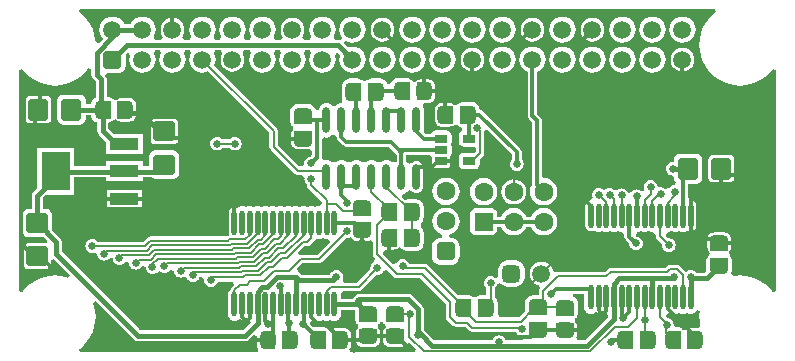
<source format=gtl>
G04 Layer_Physical_Order=1*
G04 Layer_Color=255*
%FSAX24Y24*%
%MOIN*%
G70*
G01*
G75*
G04:AMPARAMS|DCode=10|XSize=59.1mil|YSize=51.2mil|CornerRadius=12.8mil|HoleSize=0mil|Usage=FLASHONLY|Rotation=180.000|XOffset=0mil|YOffset=0mil|HoleType=Round|Shape=RoundedRectangle|*
%AMROUNDEDRECTD10*
21,1,0.0591,0.0256,0,0,180.0*
21,1,0.0335,0.0512,0,0,180.0*
1,1,0.0256,-0.0167,0.0128*
1,1,0.0256,0.0167,0.0128*
1,1,0.0256,0.0167,-0.0128*
1,1,0.0256,-0.0167,-0.0128*
%
%ADD10ROUNDEDRECTD10*%
G04:AMPARAMS|DCode=11|XSize=59.1mil|YSize=51.2mil|CornerRadius=12.8mil|HoleSize=0mil|Usage=FLASHONLY|Rotation=90.000|XOffset=0mil|YOffset=0mil|HoleType=Round|Shape=RoundedRectangle|*
%AMROUNDEDRECTD11*
21,1,0.0591,0.0256,0,0,90.0*
21,1,0.0335,0.0512,0,0,90.0*
1,1,0.0256,0.0128,0.0167*
1,1,0.0256,0.0128,-0.0167*
1,1,0.0256,-0.0128,-0.0167*
1,1,0.0256,-0.0128,0.0167*
%
%ADD11ROUNDEDRECTD11*%
%ADD12O,0.0236X0.0866*%
G04:AMPARAMS|DCode=13|XSize=26.4mil|YSize=42mil|CornerRadius=3.3mil|HoleSize=0mil|Usage=FLASHONLY|Rotation=90.000|XOffset=0mil|YOffset=0mil|HoleType=Round|Shape=RoundedRectangle|*
%AMROUNDEDRECTD13*
21,1,0.0264,0.0354,0,0,90.0*
21,1,0.0198,0.0420,0,0,90.0*
1,1,0.0066,0.0177,0.0099*
1,1,0.0066,0.0177,-0.0099*
1,1,0.0066,-0.0177,-0.0099*
1,1,0.0066,-0.0177,0.0099*
%
%ADD13ROUNDEDRECTD13*%
%ADD14O,0.0177X0.0827*%
G04:AMPARAMS|DCode=15|XSize=70.9mil|YSize=65mil|CornerRadius=4.9mil|HoleSize=0mil|Usage=FLASHONLY|Rotation=90.000|XOffset=0mil|YOffset=0mil|HoleType=Round|Shape=RoundedRectangle|*
%AMROUNDEDRECTD15*
21,1,0.0709,0.0552,0,0,90.0*
21,1,0.0611,0.0650,0,0,90.0*
1,1,0.0097,0.0276,0.0306*
1,1,0.0097,0.0276,-0.0306*
1,1,0.0097,-0.0276,-0.0306*
1,1,0.0097,-0.0276,0.0306*
%
%ADD15ROUNDEDRECTD15*%
G04:AMPARAMS|DCode=16|XSize=70.9mil|YSize=65mil|CornerRadius=4.9mil|HoleSize=0mil|Usage=FLASHONLY|Rotation=180.000|XOffset=0mil|YOffset=0mil|HoleType=Round|Shape=RoundedRectangle|*
%AMROUNDEDRECTD16*
21,1,0.0709,0.0552,0,0,180.0*
21,1,0.0611,0.0650,0,0,180.0*
1,1,0.0097,-0.0306,0.0276*
1,1,0.0097,0.0306,0.0276*
1,1,0.0097,0.0306,-0.0276*
1,1,0.0097,-0.0306,-0.0276*
%
%ADD16ROUNDEDRECTD16*%
%ADD17R,0.0945X0.0394*%
%ADD18R,0.0945X0.1299*%
%ADD19C,0.0079*%
%ADD20C,0.0118*%
%ADD21C,0.0157*%
%ADD22C,0.0087*%
%ADD23R,0.0591X0.0256*%
%ADD24R,0.0256X0.0591*%
%ADD25C,0.0591*%
G04:AMPARAMS|DCode=26|XSize=59.1mil|YSize=59.1mil|CornerRadius=8.9mil|HoleSize=0mil|Usage=FLASHONLY|Rotation=0.000|XOffset=0mil|YOffset=0mil|HoleType=Round|Shape=RoundedRectangle|*
%AMROUNDEDRECTD26*
21,1,0.0591,0.0413,0,0,0.0*
21,1,0.0413,0.0591,0,0,0.0*
1,1,0.0177,0.0207,-0.0207*
1,1,0.0177,-0.0207,-0.0207*
1,1,0.0177,-0.0207,0.0207*
1,1,0.0177,0.0207,0.0207*
%
%ADD26ROUNDEDRECTD26*%
%ADD27C,0.0630*%
G04:AMPARAMS|DCode=28|XSize=63mil|YSize=63mil|CornerRadius=15.7mil|HoleSize=0mil|Usage=FLASHONLY|Rotation=90.000|XOffset=0mil|YOffset=0mil|HoleType=Round|Shape=RoundedRectangle|*
%AMROUNDEDRECTD28*
21,1,0.0630,0.0315,0,0,90.0*
21,1,0.0315,0.0630,0,0,90.0*
1,1,0.0315,0.0157,0.0157*
1,1,0.0315,0.0157,-0.0157*
1,1,0.0315,-0.0157,-0.0157*
1,1,0.0315,-0.0157,0.0157*
%
%ADD28ROUNDEDRECTD28*%
G04:AMPARAMS|DCode=29|XSize=63mil|YSize=63mil|CornerRadius=7.9mil|HoleSize=0mil|Usage=FLASHONLY|Rotation=0.000|XOffset=0mil|YOffset=0mil|HoleType=Round|Shape=RoundedRectangle|*
%AMROUNDEDRECTD29*
21,1,0.0630,0.0472,0,0,0.0*
21,1,0.0472,0.0630,0,0,0.0*
1,1,0.0157,0.0236,-0.0236*
1,1,0.0157,-0.0236,-0.0236*
1,1,0.0157,-0.0236,0.0236*
1,1,0.0157,0.0236,0.0236*
%
%ADD29ROUNDEDRECTD29*%
G04:AMPARAMS|DCode=30|XSize=59.1mil|YSize=59.1mil|CornerRadius=14.8mil|HoleSize=0mil|Usage=FLASHONLY|Rotation=0.000|XOffset=0mil|YOffset=0mil|HoleType=Round|Shape=RoundedRectangle|*
%AMROUNDEDRECTD30*
21,1,0.0591,0.0295,0,0,0.0*
21,1,0.0295,0.0591,0,0,0.0*
1,1,0.0295,0.0148,-0.0148*
1,1,0.0295,-0.0148,-0.0148*
1,1,0.0295,-0.0148,0.0148*
1,1,0.0295,0.0148,0.0148*
%
%ADD30ROUNDEDRECTD30*%
%ADD31C,0.0256*%
G36*
X050654Y031520D02*
X050702Y031484D01*
X050757Y031461D01*
X050817Y031453D01*
X051152D01*
X051211Y031461D01*
X051236Y031471D01*
X051315Y031433D01*
X051336Y031411D01*
Y031004D01*
X051347Y030950D01*
X051377Y030905D01*
X051420Y030862D01*
X051422Y030837D01*
X051393Y030748D01*
X051372Y030739D01*
X051325Y030703D01*
X051288Y030656D01*
X051266Y030600D01*
X051258Y030541D01*
X051261Y030515D01*
X050808Y030062D01*
X050390D01*
X050361Y030098D01*
X050334Y030162D01*
X050349Y030197D01*
X050356Y030256D01*
X050349Y030315D01*
X050326Y030370D01*
X050289Y030417D01*
X050242Y030454D01*
X050187Y030476D01*
X050128Y030484D01*
X050069Y030476D01*
X050014Y030454D01*
X049967Y030417D01*
X049930Y030370D01*
X049909Y030318D01*
X048963D01*
X048956Y030325D01*
X048956Y030325D01*
X048917Y030384D01*
X048858Y030423D01*
X048854Y030424D01*
X048821Y030532D01*
X048995Y030706D01*
X049538D01*
X049592Y030717D01*
X049638Y030747D01*
X050449Y031558D01*
X050475Y031555D01*
X050534Y031562D01*
X050607Y031567D01*
X050654Y031520D01*
D02*
G37*
G36*
X049688Y031533D02*
X049743Y031510D01*
X049803Y031502D01*
X049861Y031509D01*
X049865Y031507D01*
X049917Y031424D01*
X049480Y030987D01*
X048937D01*
X048904Y030980D01*
X048852Y031048D01*
X048845Y031063D01*
X049059Y031277D01*
X049163D01*
X049217Y031288D01*
X049263Y031318D01*
X049391Y031446D01*
X049421Y031492D01*
X049488Y031510D01*
X049547Y031502D01*
X049607Y031510D01*
X049663Y031533D01*
X049675Y031542D01*
X049688Y031533D01*
D02*
G37*
G36*
X045254Y037776D02*
X045281Y037702D01*
X045241Y037606D01*
X045226Y037492D01*
X045241Y037378D01*
X045285Y037273D01*
X045355Y037182D01*
X045446Y037112D01*
X045552Y037068D01*
X045665Y037053D01*
X045779Y037068D01*
X045858Y037101D01*
X047893Y035065D01*
Y034594D01*
X047904Y034540D01*
X047935Y034495D01*
X048747Y033682D01*
X048793Y033652D01*
X048846Y033641D01*
X048988D01*
X049008Y033628D01*
X049067Y033541D01*
X049065Y033525D01*
X049073Y033466D01*
X049096Y033411D01*
X049132Y033364D01*
X049153Y033348D01*
Y033315D01*
X049164Y033261D01*
X049194Y033215D01*
X049650Y032759D01*
X049641Y032672D01*
X049556Y032611D01*
X049547Y032612D01*
X049488Y032605D01*
X049432Y032582D01*
X049419Y032572D01*
X049407Y032582D01*
X049351Y032605D01*
X049291Y032612D01*
X049232Y032605D01*
X049176Y032582D01*
X049163Y032572D01*
X049151Y032582D01*
X049095Y032605D01*
X049035Y032612D01*
X048976Y032605D01*
X048920Y032582D01*
X048907Y032572D01*
X048895Y032582D01*
X048839Y032605D01*
X048780Y032612D01*
X048720Y032605D01*
X048664Y032582D01*
X048652Y032572D01*
X048639Y032582D01*
X048583Y032605D01*
X048524Y032612D01*
X048464Y032605D01*
X048408Y032582D01*
X048396Y032572D01*
X048383Y032582D01*
X048327Y032605D01*
X048268Y032612D01*
X048208Y032605D01*
X048152Y032582D01*
X048140Y032572D01*
X048127Y032582D01*
X048071Y032605D01*
X048012Y032612D01*
X047952Y032605D01*
X047897Y032582D01*
X047884Y032572D01*
X047871Y032582D01*
X047816Y032605D01*
X047756Y032612D01*
X047696Y032605D01*
X047641Y032582D01*
X047628Y032572D01*
X047615Y032582D01*
X047560Y032605D01*
X047500Y032612D01*
X047440Y032605D01*
X047385Y032582D01*
X047372Y032572D01*
X047359Y032582D01*
X047304Y032605D01*
X047244Y032612D01*
X047184Y032605D01*
X047129Y032582D01*
X047116Y032572D01*
X047103Y032582D01*
X047048Y032605D01*
X046988Y032612D01*
X046929Y032605D01*
X046873Y032582D01*
X046826Y032546D01*
X046806Y032560D01*
X046732Y032574D01*
X046659Y032560D01*
X046596Y032518D01*
X046555Y032455D01*
X046540Y032382D01*
Y031732D01*
X046555Y031659D01*
X046510Y031630D01*
X046468Y031601D01*
X043929D01*
X043876Y031590D01*
X043830Y031560D01*
X043690Y031420D01*
X042166D01*
X042150Y031441D01*
X042102Y031477D01*
X042047Y031500D01*
X041988Y031508D01*
X041929Y031500D01*
X041874Y031477D01*
X041827Y031441D01*
X041790Y031394D01*
X041768Y031339D01*
X041760Y031280D01*
X041768Y031220D01*
X041790Y031165D01*
X041827Y031118D01*
X041874Y031082D01*
X041929Y031059D01*
X041988Y031051D01*
X042047Y031059D01*
X042060Y031064D01*
X042103Y031047D01*
X042152Y031011D01*
X042159Y031001D01*
X042163Y030966D01*
X042186Y030911D01*
X042222Y030864D01*
X042270Y030827D01*
X042325Y030805D01*
X042384Y030797D01*
X042443Y030805D01*
X042498Y030827D01*
X042545Y030864D01*
X042569Y030894D01*
X042639Y030882D01*
X042669Y030867D01*
X042675Y030818D01*
X042698Y030763D01*
X042734Y030716D01*
X042782Y030680D01*
X042837Y030657D01*
X042896Y030649D01*
X042955Y030657D01*
X043010Y030680D01*
X043057Y030716D01*
X043084Y030751D01*
X043114Y030756D01*
X043141Y030746D01*
X043212Y030698D01*
X043217Y030661D01*
X043239Y030606D01*
X043276Y030559D01*
X043323Y030522D01*
X043378Y030499D01*
X043437Y030492D01*
X043496Y030499D01*
X043551Y030522D01*
X043599Y030559D01*
X043635Y030606D01*
X043636Y030609D01*
X043640Y030612D01*
X043680Y030616D01*
X043770Y030572D01*
X043778Y030513D01*
X043800Y030458D01*
X043837Y030411D01*
X043884Y030375D01*
X043939Y030352D01*
X043998Y030344D01*
X044057Y030352D01*
X044112Y030375D01*
X044139Y030395D01*
X044226Y030438D01*
X044275Y030406D01*
X044278Y030404D01*
X044333Y030381D01*
X044392Y030374D01*
X044451Y030381D01*
X044506Y030404D01*
X044553Y030440D01*
X044590Y030488D01*
X044621Y030490D01*
X044715Y030454D01*
X044723Y030395D01*
X044745Y030340D01*
X044782Y030293D01*
X044829Y030257D01*
X044884Y030234D01*
X044943Y030226D01*
X045002Y030234D01*
X045026Y030243D01*
X045074Y030245D01*
X045146Y030199D01*
X045149Y030192D01*
X045185Y030145D01*
X045233Y030109D01*
X045288Y030086D01*
X045347Y030078D01*
X045406Y030086D01*
X045461Y030109D01*
X045508Y030145D01*
X045544Y030192D01*
X045563Y030237D01*
X045613Y030244D01*
X045659Y030241D01*
X045720Y030161D01*
X045719Y030149D01*
X045727Y030090D01*
X045749Y030035D01*
X045786Y029988D01*
X045833Y029951D01*
X045888Y029929D01*
X045947Y029921D01*
X046006Y029929D01*
X046061Y029951D01*
X046109Y029988D01*
X046145Y030035D01*
X046168Y030090D01*
X046168Y030096D01*
X046685D01*
X046726Y029996D01*
X046633Y029902D01*
X046602Y029857D01*
X046602Y029853D01*
X046569Y029828D01*
X046533Y029781D01*
X046510Y029725D01*
X046502Y029665D01*
Y029016D01*
X046510Y028956D01*
X046533Y028900D01*
X046569Y028853D01*
X046617Y028816D01*
X046673Y028793D01*
X046732Y028785D01*
X046792Y028793D01*
X046848Y028816D01*
X046894Y028852D01*
X046915Y028838D01*
X046988Y028823D01*
X047062Y028838D01*
X047116Y028874D01*
X047171Y028838D01*
X047229Y028827D01*
X047257Y028778D01*
X047271Y028727D01*
X047022Y028478D01*
X043589D01*
X040968Y031098D01*
Y031427D01*
X040954Y031496D01*
X040915Y031555D01*
X040656Y031815D01*
Y032323D01*
X040641Y032397D01*
X040599Y032459D01*
X040537Y032501D01*
X040463Y032516D01*
X040338D01*
Y032888D01*
X040430Y032980D01*
X041390D01*
Y033579D01*
X042449D01*
Y033433D01*
X043673D01*
Y033579D01*
X043955D01*
X044011Y033542D01*
X044084Y033528D01*
X044695D01*
X044769Y033542D01*
X044831Y033584D01*
X044873Y033646D01*
X044888Y033720D01*
Y034272D01*
X044873Y034346D01*
X044831Y034408D01*
X044769Y034450D01*
X044695Y034465D01*
X044084D01*
X044011Y034450D01*
X043948Y034408D01*
X043906Y034346D01*
X043892Y034272D01*
Y033940D01*
X043673D01*
Y034107D01*
X042449D01*
Y033940D01*
X041390D01*
Y034559D01*
X040165D01*
Y033226D01*
X040030Y033090D01*
X039991Y033032D01*
X039977Y032963D01*
Y032516D01*
X039852D01*
X039778Y032501D01*
X039716Y032459D01*
X039674Y032397D01*
X039659Y032323D01*
Y031771D01*
X039674Y031698D01*
X039716Y031635D01*
X039778Y031593D01*
X039852Y031579D01*
X040380D01*
X040490Y031469D01*
X040475Y031416D01*
X040445Y031373D01*
X039852D01*
X039794Y031361D01*
X039745Y031328D01*
X039712Y031279D01*
X039700Y031221D01*
Y030669D01*
X039712Y030611D01*
X039745Y030562D01*
X039794Y030529D01*
X039852Y030517D01*
X040463D01*
X040521Y030529D01*
X040570Y030562D01*
X040603Y030611D01*
X040615Y030669D01*
Y030799D01*
X040715Y030841D01*
X041248Y030307D01*
X041194Y030220D01*
X041100Y030252D01*
X040926Y030287D01*
X040748Y030298D01*
X040570Y030287D01*
X040396Y030252D01*
X040227Y030195D01*
X040067Y030116D01*
X039919Y030017D01*
X039786Y029900D01*
X039668Y029766D01*
X039651Y029740D01*
X039551Y029770D01*
Y037159D01*
X039651Y037190D01*
X039668Y037163D01*
X039786Y037030D01*
X039919Y036912D01*
X040067Y036813D01*
X040227Y036735D01*
X040396Y036677D01*
X040570Y036643D01*
X040748Y036631D01*
X040926Y036643D01*
X041100Y036677D01*
X041269Y036735D01*
X041429Y036813D01*
X041577Y036912D01*
X041711Y037030D01*
X041828Y037163D01*
X041856Y037206D01*
X041956Y037176D01*
Y036997D01*
X041970Y036928D01*
X042009Y036869D01*
X042105Y036773D01*
Y036239D01*
X042079Y036228D01*
X042023Y036185D01*
X041981Y036129D01*
X041954Y036064D01*
X041946Y036007D01*
X041768D01*
Y036132D01*
X041753Y036206D01*
X041711Y036268D01*
X041649Y036310D01*
X041575Y036325D01*
X041023D01*
X040949Y036310D01*
X040887Y036268D01*
X040845Y036206D01*
X040831Y036132D01*
Y035521D01*
X040845Y035448D01*
X040887Y035385D01*
X040949Y035343D01*
X041023Y035329D01*
X041575D01*
X041649Y035343D01*
X041711Y035385D01*
X041753Y035448D01*
X041768Y035521D01*
Y035646D01*
X041946D01*
X041954Y035589D01*
X041981Y035524D01*
X042023Y035468D01*
X042079Y035425D01*
X042145Y035398D01*
X042162Y035396D01*
Y035118D01*
X042176Y035049D01*
X042215Y034990D01*
X042449Y034757D01*
Y034338D01*
X043673D01*
Y035012D01*
X042704D01*
X042523Y035193D01*
Y035396D01*
X042540Y035398D01*
X042606Y035425D01*
X042618Y035435D01*
X042637Y035439D01*
X042669Y035461D01*
X042684Y035483D01*
X042769Y035506D01*
X042800Y035497D01*
X042848Y035460D01*
X042903Y035437D01*
X042963Y035430D01*
X043218D01*
X043278Y035437D01*
X043333Y035460D01*
X043381Y035497D01*
X043418Y035544D01*
X043441Y035600D01*
X043448Y035659D01*
Y035994D01*
X043441Y036054D01*
X043418Y036109D01*
X043381Y036157D01*
X043333Y036193D01*
X043278Y036216D01*
X043218Y036224D01*
X042963D01*
X042903Y036216D01*
X042848Y036193D01*
X042800Y036157D01*
X042769Y036148D01*
X042684Y036170D01*
X042669Y036193D01*
X042637Y036215D01*
X042618Y036218D01*
X042606Y036228D01*
X042540Y036255D01*
X042470Y036264D01*
X042467D01*
Y036848D01*
X042453Y036917D01*
X042425Y036958D01*
X042445Y037016D01*
X042476Y037055D01*
X042872D01*
X042932Y037063D01*
X042987Y037086D01*
X043035Y037122D01*
X043072Y037170D01*
X043095Y037226D01*
X043103Y037285D01*
Y037672D01*
X043177Y037736D01*
X043186Y037734D01*
X043245Y037614D01*
X043241Y037606D01*
X043226Y037492D01*
X043241Y037378D01*
X043285Y037273D01*
X043355Y037182D01*
X043446Y037112D01*
X043552Y037068D01*
X043665Y037053D01*
X043779Y037068D01*
X043885Y037112D01*
X043976Y037182D01*
X044046Y037273D01*
X044089Y037378D01*
X044104Y037492D01*
X044089Y037606D01*
X044050Y037702D01*
X044077Y037776D01*
X044090Y037802D01*
X044241D01*
X044254Y037776D01*
X044281Y037702D01*
X044241Y037606D01*
X044226Y037492D01*
X044241Y037378D01*
X044285Y037273D01*
X044355Y037182D01*
X044446Y037112D01*
X044552Y037068D01*
X044665Y037053D01*
X044779Y037068D01*
X044885Y037112D01*
X044976Y037182D01*
X045046Y037273D01*
X045089Y037378D01*
X045104Y037492D01*
X045089Y037606D01*
X045050Y037702D01*
X045077Y037776D01*
X045090Y037802D01*
X045241D01*
X045254Y037776D01*
D02*
G37*
G36*
X050139Y034917D02*
X050139Y034917D01*
X050151Y034856D01*
X050186Y034804D01*
X050349Y034640D01*
X050401Y034606D01*
X050463Y034593D01*
X051872D01*
X052091Y034375D01*
X052091Y034375D01*
X052139Y034327D01*
Y034100D01*
X052115Y034082D01*
X052109Y034074D01*
X052107Y034073D01*
X051991D01*
X051989Y034074D01*
X051983Y034082D01*
X051929Y034123D01*
X051867Y034149D01*
X051799Y034158D01*
X051732Y034149D01*
X051669Y034123D01*
X051615Y034082D01*
X051609Y034074D01*
X051607Y034073D01*
X051491D01*
X051489Y034074D01*
X051483Y034082D01*
X051429Y034123D01*
X051367Y034149D01*
X051299Y034158D01*
X051232Y034149D01*
X051169Y034123D01*
X051115Y034082D01*
X051109Y034074D01*
X051107Y034073D01*
X050991D01*
X050989Y034074D01*
X050983Y034082D01*
X050929Y034123D01*
X050867Y034149D01*
X050799Y034158D01*
X050732Y034149D01*
X050669Y034123D01*
X050615Y034082D01*
X050609Y034074D01*
X050607Y034073D01*
X050491D01*
X050489Y034074D01*
X050483Y034082D01*
X050429Y034123D01*
X050367Y034149D01*
X050299Y034158D01*
X050232Y034149D01*
X050169Y034123D01*
X050115Y034082D01*
X050109Y034074D01*
X050107Y034073D01*
X049991D01*
X049989Y034074D01*
X049983Y034082D01*
X049929Y034123D01*
X049867Y034149D01*
X049799Y034158D01*
X049732Y034149D01*
X049719Y034144D01*
X049634Y034217D01*
X049637Y034230D01*
Y034837D01*
X049731Y034905D01*
X049737Y034905D01*
X049799Y034897D01*
X049867Y034906D01*
X049929Y034932D01*
X049983Y034973D01*
X049989Y034981D01*
X049991Y034982D01*
X050050D01*
X050139Y034917D01*
D02*
G37*
G36*
X062780Y039089D02*
X062754Y039072D01*
X062620Y038955D01*
X062503Y038821D01*
X062404Y038673D01*
X062325Y038513D01*
X062268Y038344D01*
X062233Y038170D01*
X062221Y037992D01*
X062233Y037814D01*
X062268Y037640D01*
X062325Y037471D01*
X062404Y037312D01*
X062503Y037163D01*
X062620Y037030D01*
X062754Y036912D01*
X062902Y036813D01*
X063062Y036735D01*
X063230Y036677D01*
X063405Y036643D01*
X063583Y036631D01*
X063760Y036643D01*
X063935Y036677D01*
X064104Y036735D01*
X064263Y036813D01*
X064411Y036912D01*
X064545Y037030D01*
X064663Y037163D01*
X064680Y037190D01*
X064780Y037159D01*
Y029770D01*
X064680Y029740D01*
X064663Y029766D01*
X064545Y029900D01*
X064411Y030017D01*
X064263Y030116D01*
X064104Y030195D01*
X063935Y030252D01*
X063760Y030287D01*
X063583Y030298D01*
X063405Y030287D01*
X063351Y030276D01*
X063295Y030367D01*
X063295Y030367D01*
X063322Y030432D01*
X063331Y030502D01*
Y030758D01*
X063322Y030828D01*
X063295Y030893D01*
X063285Y030906D01*
X063282Y030924D01*
X063260Y030957D01*
X063237Y030972D01*
X063215Y031056D01*
X063224Y031087D01*
X063260Y031135D01*
X063283Y031190D01*
X063291Y031250D01*
Y031506D01*
X063283Y031565D01*
X063260Y031621D01*
X063224Y031668D01*
X063176Y031705D01*
X063121Y031728D01*
X063061Y031736D01*
X062726D01*
X062667Y031728D01*
X062611Y031705D01*
X062564Y031668D01*
X062527Y031621D01*
X062504Y031565D01*
X062496Y031506D01*
Y031250D01*
X062504Y031190D01*
X062527Y031135D01*
X062564Y031087D01*
X062573Y031056D01*
X062550Y030972D01*
X062527Y030957D01*
X062506Y030924D01*
X062502Y030906D01*
X062492Y030893D01*
X062465Y030828D01*
X062456Y030758D01*
Y030502D01*
X062462Y030460D01*
X062394Y030387D01*
X062116D01*
X062100Y030408D01*
X062053Y030444D01*
X061998Y030467D01*
X061939Y030474D01*
X061880Y030467D01*
X061825Y030444D01*
X061796Y030422D01*
X061782Y030424D01*
X061595Y030611D01*
X061550Y030642D01*
X061496Y030652D01*
X061250D01*
X061196Y030642D01*
X061151Y030611D01*
X061103Y030564D01*
X059272D01*
X059218Y030553D01*
X059172Y030523D01*
X059066Y030416D01*
X057518D01*
X057464Y030405D01*
X057459Y030402D01*
X057358Y030441D01*
X057352Y030448D01*
X057350Y030467D01*
X057310Y030564D01*
X057246Y030646D01*
X057164Y030709D01*
X057068Y030749D01*
X056965Y030763D01*
X056861Y030749D01*
X056765Y030709D01*
X056683Y030646D01*
X056619Y030564D01*
X056579Y030467D01*
X056566Y030364D01*
X056579Y030261D01*
X056619Y030165D01*
X056683Y030082D01*
X056765Y030019D01*
X056861Y029979D01*
X056879Y029977D01*
X056918Y029875D01*
X056888Y029829D01*
X056877Y029776D01*
Y029640D01*
X056673D01*
X056603Y029631D01*
X056538Y029604D01*
X056482Y029561D01*
X056439Y029505D01*
X056412Y029440D01*
X056403Y029370D01*
Y029114D01*
X056406Y029094D01*
X056211Y028900D01*
X055574D01*
X055541Y028933D01*
X055501Y029000D01*
X055506Y029045D01*
Y029380D01*
X055497Y029450D01*
X055470Y029515D01*
X055427Y029571D01*
X055406Y029587D01*
Y029872D01*
X055427Y029888D01*
X055463Y029935D01*
X055486Y029990D01*
X055489Y030008D01*
X055593Y030036D01*
X055612Y030011D01*
X055672Y029965D01*
X055742Y029936D01*
X055817Y029926D01*
X056112D01*
X056187Y029936D01*
X056257Y029965D01*
X056317Y030011D01*
X056363Y030071D01*
X056392Y030141D01*
X056402Y030217D01*
Y030512D01*
X056392Y030587D01*
X056363Y030657D01*
X056317Y030717D01*
X056257Y030763D01*
X056187Y030792D01*
X056112Y030802D01*
X055817D01*
X055742Y030792D01*
X055672Y030763D01*
X055612Y030717D01*
X055566Y030657D01*
X055537Y030587D01*
X055527Y030512D01*
Y030245D01*
X055443Y030209D01*
X055429Y030208D01*
X055427Y030211D01*
X055380Y030247D01*
X055325Y030270D01*
X055266Y030278D01*
X055207Y030270D01*
X055152Y030247D01*
X055104Y030211D01*
X055068Y030163D01*
X055045Y030108D01*
X055037Y030049D01*
X055045Y029990D01*
X055068Y029935D01*
X055104Y029888D01*
X055125Y029872D01*
Y029650D01*
X054980D01*
X054910Y029641D01*
X054845Y029614D01*
X054833Y029604D01*
X054814Y029601D01*
X054793Y029587D01*
X054777Y029579D01*
X054692D01*
X054675Y029587D01*
X054655Y029601D01*
X054636Y029604D01*
X054623Y029614D01*
X054558Y029641D01*
X054488Y029650D01*
X054232D01*
X054186Y029644D01*
X053180Y030651D01*
X053134Y030681D01*
X053081Y030692D01*
X052548D01*
X052530Y030734D01*
X052494Y030782D01*
X052447Y030818D01*
X052392Y030841D01*
X052333Y030848D01*
X052274Y030841D01*
X052219Y030818D01*
X052171Y030782D01*
X052135Y030734D01*
X052121Y030700D01*
X052055Y030674D01*
X052010Y030669D01*
X051667Y031012D01*
X051670Y031084D01*
X051762Y031158D01*
X052018D01*
X052077Y031166D01*
X052133Y031189D01*
X052180Y031225D01*
X052212Y031234D01*
X052296Y031212D01*
X052311Y031189D01*
X052343Y031167D01*
X052362Y031163D01*
X052375Y031154D01*
X052440Y031127D01*
X052510Y031118D01*
X052766D01*
X052836Y031127D01*
X052901Y031154D01*
X052957Y031197D01*
X053000Y031253D01*
X053027Y031318D01*
X053036Y031388D01*
Y031722D01*
X053027Y031792D01*
X053000Y031858D01*
X052957Y031914D01*
X052951Y031918D01*
Y032039D01*
X052957Y032043D01*
X053000Y032099D01*
X053027Y032164D01*
X053036Y032234D01*
Y032569D01*
X053027Y032639D01*
X053000Y032704D01*
X052957Y032760D01*
X052901Y032803D01*
X052836Y032830D01*
X052766Y032839D01*
X052510D01*
X052440Y032830D01*
X052417Y032821D01*
X052328Y032910D01*
X052364Y033016D01*
X052367Y033016D01*
X052429Y033042D01*
X052483Y033084D01*
X052514Y033124D01*
X052541Y033134D01*
X052558Y033135D01*
X052630Y033130D01*
X052644Y033112D01*
X052689Y033077D01*
X052742Y033055D01*
X052799Y033048D01*
X052856Y033055D01*
X052909Y033077D01*
X052955Y033112D01*
X052990Y033158D01*
X053012Y033211D01*
X053019Y033268D01*
Y033898D01*
X053012Y033955D01*
X052990Y034008D01*
X052955Y034053D01*
X052909Y034088D01*
X052856Y034110D01*
X052799Y034118D01*
X052742Y034110D01*
X052689Y034088D01*
X052644Y034053D01*
X052630Y034035D01*
X052558Y034030D01*
X052541Y034032D01*
X052514Y034041D01*
X052483Y034082D01*
X052460Y034100D01*
Y034327D01*
X052460Y034328D01*
X053237D01*
X053247Y034319D01*
X053305Y034242D01*
X053300Y034213D01*
Y034015D01*
X053310Y033963D01*
X053339Y033919D01*
X053383Y033890D01*
X053435Y033880D01*
X053789D01*
X053841Y033890D01*
X053885Y033919D01*
X053914Y033963D01*
X053925Y034015D01*
Y034213D01*
X053914Y034265D01*
X053914Y034265D01*
X053952Y034322D01*
X053966Y034389D01*
Y034587D01*
X053952Y034655D01*
X053938Y034675D01*
X053952Y034696D01*
X053966Y034763D01*
Y034961D01*
X053952Y035029D01*
X053914Y035086D01*
X053857Y035124D01*
X053789Y035138D01*
X053435D01*
X053368Y035124D01*
X053310Y035086D01*
X053272Y035029D01*
X053271Y035023D01*
X053118D01*
X053051Y035095D01*
X053060Y035157D01*
Y035787D01*
X053051Y035855D01*
X053025Y035918D01*
X053008Y035940D01*
X053049Y036038D01*
X053051Y036040D01*
X053189D01*
X053248Y036048D01*
X053304Y036071D01*
X053352Y036107D01*
X053388Y036155D01*
X053411Y036210D01*
X053419Y036270D01*
Y036604D01*
X053411Y036664D01*
X053388Y036719D01*
X053352Y036767D01*
X053304Y036803D01*
X053248Y036826D01*
X053189Y036834D01*
X052933D01*
X052874Y036826D01*
X052818Y036803D01*
X052770Y036767D01*
X052739Y036758D01*
X052655Y036781D01*
X052640Y036803D01*
X052607Y036825D01*
X052589Y036829D01*
X052576Y036838D01*
X052511Y036865D01*
X052441Y036875D01*
X052185D01*
X052115Y036865D01*
X052050Y036838D01*
X051994Y036795D01*
X051951Y036739D01*
X051929Y036687D01*
X051911Y036683D01*
X051885Y036680D01*
X051826Y036689D01*
X051809Y036730D01*
X051766Y036786D01*
X051710Y036829D01*
X051645Y036856D01*
X051575Y036865D01*
X051319D01*
X051249Y036856D01*
X051184Y036829D01*
X051171Y036819D01*
X051153Y036815D01*
X051132Y036801D01*
X051115Y036793D01*
X051030D01*
X051014Y036801D01*
X050993Y036815D01*
X050975Y036819D01*
X050962Y036829D01*
X050897Y036856D01*
X050827Y036865D01*
X050571D01*
X050501Y036856D01*
X050436Y036829D01*
X050380Y036786D01*
X050337Y036730D01*
X050310Y036664D01*
X050301Y036594D01*
Y036260D01*
X050310Y036190D01*
X050329Y036145D01*
X050316Y036103D01*
X050308Y036089D01*
X050273Y036044D01*
X050232Y036039D01*
X050169Y036013D01*
X050115Y035971D01*
X050109Y035964D01*
X050107Y035963D01*
X049991D01*
X049989Y035964D01*
X049983Y035971D01*
X049929Y036013D01*
X049867Y036039D01*
X049799Y036048D01*
X049732Y036039D01*
X049669Y036013D01*
X049615Y035971D01*
X049574Y035918D01*
X049548Y035855D01*
X049543Y035821D01*
X049444Y035808D01*
X049417Y035873D01*
X049374Y035929D01*
X049318Y035972D01*
X049253Y035999D01*
X049183Y036008D01*
X048848D01*
X048778Y035999D01*
X048713Y035972D01*
X048657Y035929D01*
X048614Y035873D01*
X048587Y035808D01*
X048578Y035738D01*
Y035482D01*
X048587Y035412D01*
X048614Y035347D01*
X048624Y035334D01*
X048628Y035316D01*
X048650Y035283D01*
X048672Y035268D01*
X048695Y035184D01*
X048695Y035184D01*
X048686Y035153D01*
X048649Y035105D01*
X048626Y035050D01*
X048619Y034990D01*
Y034734D01*
X048626Y034675D01*
X048649Y034619D01*
X048686Y034572D01*
X048733Y034535D01*
X048789Y034512D01*
X048848Y034504D01*
X049183D01*
X049216Y034509D01*
X049286Y034466D01*
X049316Y034434D01*
Y034351D01*
X049282Y034264D01*
X049222Y034256D01*
X049167Y034233D01*
X049120Y034197D01*
X049084Y034150D01*
X049061Y034095D01*
X049053Y034035D01*
X049055Y034022D01*
X048998Y033939D01*
X048894Y033933D01*
X048174Y034652D01*
Y035124D01*
X048164Y035177D01*
X048133Y035223D01*
X046057Y037299D01*
X046089Y037378D01*
X046104Y037492D01*
X046089Y037606D01*
X046050Y037702D01*
X046077Y037776D01*
X046090Y037802D01*
X046279D01*
X046328Y037702D01*
X046320Y037691D01*
X046280Y037595D01*
X046267Y037492D01*
X046280Y037389D01*
X046320Y037293D01*
X046383Y037210D01*
X046466Y037147D01*
X046562Y037107D01*
X046665Y037093D01*
X046769Y037107D01*
X046865Y037147D01*
X046947Y037210D01*
X047011Y037293D01*
X047050Y037389D01*
X047064Y037492D01*
X047050Y037595D01*
X047011Y037691D01*
X047003Y037702D01*
X047052Y037802D01*
X047241D01*
X047254Y037776D01*
X047281Y037702D01*
X047241Y037606D01*
X047226Y037492D01*
X047241Y037378D01*
X047285Y037273D01*
X047355Y037182D01*
X047446Y037112D01*
X047552Y037068D01*
X047665Y037053D01*
X047779Y037068D01*
X047885Y037112D01*
X047976Y037182D01*
X048046Y037273D01*
X048089Y037378D01*
X048104Y037492D01*
X048089Y037606D01*
X048050Y037702D01*
X048077Y037776D01*
X048090Y037802D01*
X048241D01*
X048254Y037776D01*
X048281Y037702D01*
X048241Y037606D01*
X048226Y037492D01*
X048241Y037378D01*
X048285Y037273D01*
X048355Y037182D01*
X048446Y037112D01*
X048552Y037068D01*
X048665Y037053D01*
X048779Y037068D01*
X048885Y037112D01*
X048976Y037182D01*
X049046Y037273D01*
X049089Y037378D01*
X049104Y037492D01*
X049089Y037606D01*
X049050Y037702D01*
X049077Y037776D01*
X049090Y037802D01*
X049241D01*
X049254Y037776D01*
X049281Y037702D01*
X049241Y037606D01*
X049226Y037492D01*
X049241Y037378D01*
X049285Y037273D01*
X049355Y037182D01*
X049446Y037112D01*
X049552Y037068D01*
X049665Y037053D01*
X049779Y037068D01*
X049885Y037112D01*
X049976Y037182D01*
X050046Y037273D01*
X050089Y037378D01*
X050104Y037492D01*
X050089Y037606D01*
X050086Y037614D01*
X050145Y037734D01*
X050163Y037739D01*
X050257Y037645D01*
X050241Y037606D01*
X050226Y037492D01*
X050241Y037378D01*
X050285Y037273D01*
X050355Y037182D01*
X050446Y037112D01*
X050552Y037068D01*
X050665Y037053D01*
X050779Y037068D01*
X050885Y037112D01*
X050976Y037182D01*
X051046Y037273D01*
X051089Y037378D01*
X051104Y037492D01*
X051089Y037606D01*
X051046Y037712D01*
X050976Y037803D01*
X050885Y037872D01*
X050779Y037916D01*
X050665Y037931D01*
X050552Y037916D01*
X050513Y037900D01*
X050365Y038048D01*
X050431Y038123D01*
X050446Y038112D01*
X050552Y038068D01*
X050665Y038053D01*
X050779Y038068D01*
X050885Y038112D01*
X050976Y038182D01*
X051046Y038273D01*
X051089Y038379D01*
X051104Y038492D01*
X051089Y038606D01*
X051046Y038712D01*
X050976Y038803D01*
X050885Y038872D01*
X050779Y038916D01*
X050665Y038931D01*
X050552Y038916D01*
X050446Y038872D01*
X050355Y038803D01*
X050285Y038712D01*
X050241Y038606D01*
X050226Y038492D01*
X050241Y038379D01*
X050285Y038273D01*
X050333Y038210D01*
X050264Y038136D01*
X050244Y038149D01*
X050175Y038163D01*
X050087D01*
X050038Y038263D01*
X050046Y038273D01*
X050089Y038379D01*
X050104Y038492D01*
X050089Y038606D01*
X050046Y038712D01*
X049976Y038803D01*
X049885Y038872D01*
X049779Y038916D01*
X049665Y038931D01*
X049552Y038916D01*
X049446Y038872D01*
X049355Y038803D01*
X049285Y038712D01*
X049241Y038606D01*
X049226Y038492D01*
X049241Y038379D01*
X049285Y038273D01*
X049293Y038263D01*
X049243Y038163D01*
X049037D01*
X048988Y038263D01*
X049011Y038293D01*
X049050Y038389D01*
X049064Y038492D01*
X049050Y038595D01*
X049011Y038691D01*
X048947Y038774D01*
X048865Y038837D01*
X048769Y038877D01*
X048665Y038891D01*
X048562Y038877D01*
X048466Y038837D01*
X048383Y038774D01*
X048320Y038691D01*
X048280Y038595D01*
X048267Y038492D01*
X048280Y038389D01*
X048320Y038293D01*
X048343Y038263D01*
X048294Y038163D01*
X048087D01*
X048038Y038263D01*
X048046Y038273D01*
X048089Y038379D01*
X048104Y038492D01*
X048089Y038606D01*
X048046Y038712D01*
X047976Y038803D01*
X047885Y038872D01*
X047779Y038916D01*
X047665Y038931D01*
X047552Y038916D01*
X047446Y038872D01*
X047355Y038803D01*
X047285Y038712D01*
X047241Y038606D01*
X047226Y038492D01*
X047241Y038379D01*
X047285Y038273D01*
X047293Y038263D01*
X047243Y038163D01*
X047087D01*
X047038Y038263D01*
X047046Y038273D01*
X047089Y038379D01*
X047104Y038492D01*
X047089Y038606D01*
X047046Y038712D01*
X046976Y038803D01*
X046885Y038872D01*
X046779Y038916D01*
X046665Y038931D01*
X046552Y038916D01*
X046446Y038872D01*
X046355Y038803D01*
X046285Y038712D01*
X046241Y038606D01*
X046226Y038492D01*
X046241Y038379D01*
X046285Y038273D01*
X046293Y038263D01*
X046243Y038163D01*
X046087D01*
X046038Y038263D01*
X046046Y038273D01*
X046089Y038379D01*
X046104Y038492D01*
X046089Y038606D01*
X046046Y038712D01*
X045976Y038803D01*
X045885Y038872D01*
X045779Y038916D01*
X045665Y038931D01*
X045552Y038916D01*
X045446Y038872D01*
X045355Y038803D01*
X045285Y038712D01*
X045241Y038606D01*
X045226Y038492D01*
X045241Y038379D01*
X045285Y038273D01*
X045293Y038263D01*
X045243Y038163D01*
X045037D01*
X044988Y038263D01*
X045011Y038293D01*
X045050Y038389D01*
X045064Y038492D01*
X045050Y038595D01*
X045011Y038691D01*
X044947Y038774D01*
X044865Y038837D01*
X044769Y038877D01*
X044665Y038891D01*
X044562Y038877D01*
X044466Y038837D01*
X044383Y038774D01*
X044320Y038691D01*
X044280Y038595D01*
X044267Y038492D01*
X044280Y038389D01*
X044320Y038293D01*
X044343Y038263D01*
X044294Y038163D01*
X044087D01*
X044038Y038263D01*
X044046Y038273D01*
X044089Y038379D01*
X044104Y038492D01*
X044089Y038606D01*
X044046Y038712D01*
X043976Y038803D01*
X043885Y038872D01*
X043779Y038916D01*
X043665Y038931D01*
X043552Y038916D01*
X043446Y038872D01*
X043355Y038803D01*
X043285Y038712D01*
X043269Y038673D01*
X043062D01*
X043046Y038712D01*
X042976Y038803D01*
X042885Y038872D01*
X042779Y038916D01*
X042665Y038931D01*
X042552Y038916D01*
X042446Y038872D01*
X042355Y038803D01*
X042285Y038712D01*
X042241Y038606D01*
X042226Y038492D01*
X042241Y038379D01*
X042285Y038273D01*
X042352Y038186D01*
X042206Y038040D01*
X042104Y038079D01*
X042098Y038170D01*
X042063Y038344D01*
X042006Y038513D01*
X041927Y038673D01*
X041828Y038821D01*
X041711Y038955D01*
X041577Y039072D01*
X041551Y039089D01*
X041581Y039189D01*
X062750D01*
X062780Y039089D01*
D02*
G37*
G36*
X050744Y029144D02*
Y028888D01*
X050753Y028818D01*
X050780Y028753D01*
X050789Y028740D01*
X050793Y028721D01*
X050815Y028689D01*
X050837Y028674D01*
X050860Y028590D01*
X050851Y028558D01*
X050815Y028511D01*
X050792Y028455D01*
X050784Y028396D01*
Y028140D01*
X050792Y028080D01*
X050815Y028025D01*
X050851Y027977D01*
X050899Y027941D01*
X050954Y027918D01*
X051014Y027910D01*
X051348D01*
X051408Y027918D01*
X051463Y027941D01*
X051511Y027977D01*
X051548Y028025D01*
X051571Y028080D01*
X051578Y028140D01*
Y028396D01*
X051571Y028455D01*
X051548Y028511D01*
X051511Y028558D01*
X051502Y028589D01*
X051525Y028674D01*
X051547Y028689D01*
X051569Y028721D01*
X051573Y028740D01*
X051579Y028748D01*
X051610Y028753D01*
X051657D01*
X051689Y028748D01*
X051695Y028740D01*
X051699Y028721D01*
X051720Y028689D01*
X051743Y028674D01*
X051766Y028589D01*
X051757Y028558D01*
X051720Y028511D01*
X051697Y028455D01*
X051689Y028396D01*
Y028140D01*
X051697Y028080D01*
X051720Y028025D01*
X051757Y027977D01*
X051804Y027941D01*
X051860Y027918D01*
X051919Y027910D01*
X052254D01*
X052313Y027918D01*
X052369Y027941D01*
X052417Y027977D01*
X052448Y028019D01*
X052457Y028025D01*
X052568Y028041D01*
X052776Y027832D01*
X052738Y027740D01*
X050606D01*
X050583Y027771D01*
X050562Y027840D01*
X050583Y027867D01*
X050606Y027923D01*
X050614Y027982D01*
Y028317D01*
X050606Y028376D01*
X050583Y028432D01*
X050546Y028480D01*
X050499Y028516D01*
X050443Y028539D01*
X050384Y028547D01*
X050128D01*
X050068Y028539D01*
X050013Y028516D01*
X049965Y028480D01*
X049934Y028471D01*
X049850Y028493D01*
X049835Y028516D01*
X049802Y028538D01*
X049784Y028541D01*
X049771Y028551D01*
X049706Y028578D01*
X049636Y028587D01*
X049380D01*
X049359Y028584D01*
X049254Y028690D01*
X049254Y028691D01*
X049249Y028730D01*
X049269Y028774D01*
X049321Y028829D01*
X049365Y028838D01*
X049385Y028852D01*
X049432Y028816D01*
X049488Y028793D01*
X049547Y028785D01*
X049607Y028793D01*
X049663Y028816D01*
X049675Y028826D01*
X049688Y028816D01*
X049743Y028793D01*
X049803Y028785D01*
X049863Y028793D01*
X049918Y028816D01*
X049931Y028826D01*
X049944Y028816D01*
X049999Y028793D01*
X050059Y028785D01*
X050119Y028793D01*
X050174Y028816D01*
X050222Y028853D01*
X050259Y028900D01*
X050282Y028956D01*
X050290Y029016D01*
Y029160D01*
X050729D01*
X050744Y029144D01*
D02*
G37*
G36*
X043386Y028170D02*
X043445Y028130D01*
X043514Y028117D01*
X047096D01*
X047166Y028130D01*
X047224Y028170D01*
X047379Y028324D01*
X047384Y028324D01*
X047477Y028281D01*
Y027982D01*
X047485Y027923D01*
X047508Y027867D01*
X047529Y027840D01*
X047508Y027771D01*
X047484Y027740D01*
X041581D01*
X041551Y027840D01*
X041577Y027857D01*
X041711Y027975D01*
X041828Y028108D01*
X041927Y028256D01*
X042006Y028416D01*
X042063Y028585D01*
X042098Y028759D01*
X042109Y028937D01*
X042098Y029115D01*
X042063Y029289D01*
X042031Y029383D01*
X042118Y029437D01*
X043386Y028170D01*
D02*
G37*
G36*
X058382Y029252D02*
X058390Y029192D01*
X058413Y029137D01*
X058449Y029089D01*
X058497Y029052D01*
X058553Y029029D01*
X058612Y029021D01*
X058672Y029029D01*
X058727Y029052D01*
X058774Y029088D01*
X058795Y029074D01*
X058868Y029060D01*
X058942Y029074D01*
X058996Y029111D01*
X059050Y029074D01*
X059124Y029060D01*
X059199Y028973D01*
Y028923D01*
X058419Y028143D01*
X058178D01*
X058150Y028177D01*
X058121Y028243D01*
X058135Y028277D01*
X058143Y028337D01*
Y028593D01*
X058135Y028652D01*
X058113Y028707D01*
X058076Y028755D01*
X058067Y028786D01*
X058090Y028871D01*
X058112Y028886D01*
X058134Y028918D01*
X058138Y028937D01*
X058147Y028950D01*
X058174Y029015D01*
X058184Y029085D01*
Y029341D01*
X058174Y029411D01*
X058147Y029476D01*
X058104Y029532D01*
X058049Y029575D01*
X058007Y029592D01*
X058027Y029692D01*
X058382D01*
Y029252D01*
D02*
G37*
G36*
X051807Y030475D02*
X052036Y030245D01*
X052082Y030215D01*
X052136Y030204D01*
X052924D01*
X053787Y029341D01*
Y028917D01*
X053797Y028864D01*
X053828Y028818D01*
X054015Y028631D01*
X054060Y028601D01*
X054114Y028590D01*
X054440D01*
X054566Y028464D01*
X054612Y028433D01*
X054665Y028423D01*
X056102D01*
X056111Y028400D01*
X056148Y028352D01*
X056195Y028316D01*
X056250Y028293D01*
X056309Y028285D01*
X056368Y028293D01*
X056389Y028285D01*
X056405Y028243D01*
X056337Y028143D01*
X055766D01*
X055749Y028185D01*
X055713Y028232D01*
X055665Y028269D01*
X055610Y028291D01*
X055551Y028299D01*
X055492Y028291D01*
X055437Y028269D01*
X055390Y028232D01*
X055353Y028185D01*
X055336Y028143D01*
X053392D01*
X053041Y028494D01*
Y029167D01*
X053027Y029236D01*
X052988Y029295D01*
X052647Y029636D01*
X052589Y029675D01*
X052520Y029689D01*
X050955D01*
X050897Y029677D01*
X050896Y029677D01*
X050837Y029669D01*
X050781Y029647D01*
X050734Y029610D01*
X050698Y029563D01*
X050681Y029521D01*
X050290D01*
Y029665D01*
X050288Y029681D01*
X050348Y029768D01*
X050367Y029781D01*
X050866D01*
X050920Y029791D01*
X050965Y029822D01*
X051460Y030316D01*
X051486Y030313D01*
X051545Y030321D01*
X051600Y030344D01*
X051648Y030380D01*
X051684Y030427D01*
X051692Y030448D01*
X051782Y030477D01*
X051807Y030475D01*
D02*
G37*
G36*
X062233Y029115D02*
X062221Y028937D01*
X062233Y028759D01*
X062256Y028642D01*
X062243Y028611D01*
X062186Y028551D01*
X062175Y028547D01*
X061959D01*
X061899Y028539D01*
X061844Y028516D01*
X061796Y028480D01*
X061765Y028471D01*
X061681Y028493D01*
X061665Y028516D01*
X061633Y028538D01*
X061614Y028541D01*
X061602Y028551D01*
X061536Y028578D01*
X061467Y028587D01*
X061460D01*
X061370Y028661D01*
X061362Y028721D01*
X061339Y028776D01*
X061303Y028823D01*
X061256Y028859D01*
X061201Y028882D01*
X061142Y028890D01*
X061119Y028981D01*
X061171Y029060D01*
X061245Y029074D01*
X061265Y029088D01*
X061312Y029052D01*
X061367Y029029D01*
X061427Y029021D01*
X061487Y029029D01*
X061542Y029052D01*
X061555Y029062D01*
X061568Y029052D01*
X061623Y029029D01*
X061683Y029021D01*
X061743Y029029D01*
X061798Y029052D01*
X061811Y029062D01*
X061824Y029052D01*
X061879Y029029D01*
X061939Y029021D01*
X061999Y029029D01*
X062054Y029052D01*
X062102Y029089D01*
X062139Y029137D01*
X062233Y029115D01*
D02*
G37*
%LPC*%
G36*
X046742Y034923D02*
X046683Y034915D01*
X046628Y034893D01*
X046581Y034856D01*
X046565Y034835D01*
X046329D01*
X046313Y034856D01*
X046266Y034893D01*
X046211Y034915D01*
X046152Y034923D01*
X046092Y034915D01*
X046037Y034893D01*
X045990Y034856D01*
X045954Y034809D01*
X045931Y034754D01*
X045923Y034695D01*
X045931Y034636D01*
X045954Y034581D01*
X045990Y034533D01*
X046037Y034497D01*
X046092Y034474D01*
X046152Y034467D01*
X046211Y034474D01*
X046266Y034497D01*
X046313Y034533D01*
X046329Y034554D01*
X046565D01*
X046581Y034533D01*
X046628Y034497D01*
X046683Y034474D01*
X046742Y034467D01*
X046801Y034474D01*
X046856Y034497D01*
X046904Y034533D01*
X046940Y034581D01*
X046963Y034636D01*
X046970Y034695D01*
X046963Y034754D01*
X046940Y034809D01*
X046904Y034856D01*
X046856Y034893D01*
X046801Y034915D01*
X046742Y034923D01*
D02*
G37*
G36*
X040473Y036284D02*
X039921D01*
X039863Y036272D01*
X039814Y036240D01*
X039781Y036190D01*
X039769Y036132D01*
Y035521D01*
X039781Y035463D01*
X039814Y035414D01*
X039863Y035381D01*
X039921Y035370D01*
X040473D01*
X040531Y035381D01*
X040580Y035414D01*
X040613Y035463D01*
X040625Y035521D01*
Y036132D01*
X040613Y036190D01*
X040580Y036240D01*
X040531Y036272D01*
X040473Y036284D01*
D02*
G37*
G36*
X044695Y035526D02*
X044084D01*
X044026Y035515D01*
X043977Y035482D01*
X043944Y035433D01*
X043933Y035375D01*
Y034822D01*
X043944Y034764D01*
X043977Y034715D01*
X044026Y034682D01*
X044084Y034671D01*
X044695D01*
X044753Y034682D01*
X044803Y034715D01*
X044835Y034764D01*
X044847Y034822D01*
Y035375D01*
X044835Y035433D01*
X044803Y035482D01*
X044753Y035515D01*
X044695Y035526D01*
D02*
G37*
G36*
X043633Y033161D02*
X042489D01*
Y032567D01*
X043633D01*
Y033161D01*
D02*
G37*
G36*
X051665Y037931D02*
X051552Y037916D01*
X051446Y037872D01*
X051355Y037803D01*
X051285Y037712D01*
X051241Y037606D01*
X051226Y037492D01*
X051241Y037378D01*
X051285Y037273D01*
X051355Y037182D01*
X051446Y037112D01*
X051552Y037068D01*
X051665Y037053D01*
X051779Y037068D01*
X051885Y037112D01*
X051976Y037182D01*
X052046Y037273D01*
X052089Y037378D01*
X052104Y037492D01*
X052089Y037606D01*
X052046Y037712D01*
X051976Y037803D01*
X051885Y037872D01*
X051779Y037916D01*
X051665Y037931D01*
D02*
G37*
G36*
X054636Y036097D02*
X054380D01*
X054310Y036088D01*
X054245Y036061D01*
X054232Y036051D01*
X054214Y036047D01*
X054181Y036026D01*
X054166Y036003D01*
X054082Y035980D01*
X054050Y035989D01*
X054003Y036026D01*
X053947Y036049D01*
X053888Y036057D01*
X053632D01*
X053572Y036049D01*
X053517Y036026D01*
X053469Y035989D01*
X053433Y035942D01*
X053410Y035886D01*
X053402Y035827D01*
Y035492D01*
X053410Y035433D01*
X053433Y035377D01*
X053469Y035330D01*
X053517Y035293D01*
X053572Y035270D01*
X053632Y035262D01*
X053888D01*
X053947Y035270D01*
X054003Y035293D01*
X054050Y035330D01*
X054082Y035339D01*
X054166Y035316D01*
X054181Y035293D01*
X054214Y035271D01*
X054232Y035268D01*
X054245Y035258D01*
X054310Y035231D01*
X054327Y035229D01*
X054330Y035128D01*
X054313Y035124D01*
X054255Y035086D01*
X054217Y035029D01*
X054204Y034961D01*
Y034763D01*
X054217Y034696D01*
X054255Y034638D01*
X054313Y034600D01*
X054380Y034587D01*
X054734D01*
X054771Y034557D01*
Y034438D01*
X054722Y034390D01*
X054380D01*
X054313Y034376D01*
X054255Y034338D01*
X054217Y034281D01*
X054204Y034213D01*
Y034015D01*
X054217Y033948D01*
X054255Y033890D01*
X054313Y033852D01*
X054380Y033839D01*
X054734D01*
X054802Y033852D01*
X054859Y033890D01*
X054897Y033948D01*
X054910Y034015D01*
Y034180D01*
X055011Y034281D01*
X055041Y034326D01*
X055052Y034380D01*
Y035127D01*
X055140Y035165D01*
X055156Y035168D01*
X055981Y034343D01*
Y034178D01*
X055980Y034177D01*
X055944Y034130D01*
X055921Y034075D01*
X055913Y034016D01*
X055921Y033957D01*
X055944Y033902D01*
X055980Y033854D01*
X056028Y033818D01*
X056083Y033795D01*
X056142Y033787D01*
X056201Y033795D01*
X056256Y033818D01*
X056303Y033854D01*
X056339Y033902D01*
X056362Y033957D01*
X056370Y034016D01*
X056362Y034075D01*
X056339Y034130D01*
X056303Y034177D01*
X056302Y034178D01*
Y034409D01*
X056302Y034409D01*
X056290Y034471D01*
X056255Y034523D01*
X055005Y035773D01*
X054953Y035808D01*
X054906Y035817D01*
Y035827D01*
X054897Y035897D01*
X054870Y035962D01*
X054827Y036018D01*
X054771Y036061D01*
X054706Y036088D01*
X054636Y036097D01*
D02*
G37*
G36*
X056665Y037931D02*
X056552Y037916D01*
X056446Y037872D01*
X056355Y037803D01*
X056285Y037712D01*
X056241Y037606D01*
X056226Y037492D01*
X056241Y037378D01*
X056285Y037273D01*
X056355Y037182D01*
X056446Y037112D01*
X056505Y037088D01*
Y035628D01*
X056505Y035628D01*
X056517Y035567D01*
X056552Y035514D01*
X056650Y035416D01*
Y033331D01*
X056642Y033320D01*
X056596Y033209D01*
X056580Y033091D01*
X056596Y032972D01*
X056642Y032861D01*
X056715Y032766D01*
X056810Y032693D01*
X056921Y032647D01*
X056969Y032641D01*
Y032540D01*
X056921Y032534D01*
X056810Y032488D01*
X056715Y032415D01*
X056642Y032320D01*
X056613Y032251D01*
X056465D01*
X056437Y032320D01*
X056364Y032415D01*
X056269Y032488D01*
X056158Y032534D01*
X056039Y032549D01*
X055921Y032534D01*
X055810Y032488D01*
X055715Y032415D01*
X055642Y032320D01*
X055613Y032251D01*
X055496D01*
Y032327D01*
X055489Y032384D01*
X055467Y032437D01*
X055432Y032483D01*
X055386Y032518D01*
X055333Y032540D01*
X055276Y032547D01*
X055165D01*
X055158Y032647D01*
X055269Y032693D01*
X055364Y032766D01*
X055437Y032861D01*
X055483Y032972D01*
X055498Y033091D01*
X055483Y033209D01*
X055437Y033320D01*
X055364Y033415D01*
X055269Y033488D01*
X055158Y033534D01*
X055039Y033549D01*
X054921Y033534D01*
X054810Y033488D01*
X054715Y033415D01*
X054642Y033320D01*
X054596Y033209D01*
X054580Y033091D01*
X054596Y032972D01*
X054642Y032861D01*
X054715Y032766D01*
X054810Y032693D01*
X054921Y032647D01*
X054913Y032547D01*
X054803D01*
X054746Y032540D01*
X054693Y032518D01*
X054647Y032483D01*
X054612Y032437D01*
X054590Y032384D01*
X054583Y032327D01*
Y031854D01*
X054590Y031797D01*
X054612Y031744D01*
X054647Y031698D01*
X054693Y031663D01*
X054746Y031641D01*
X054803Y031634D01*
X055276D01*
X055333Y031641D01*
X055386Y031663D01*
X055432Y031698D01*
X055467Y031744D01*
X055489Y031797D01*
X055496Y031854D01*
Y031930D01*
X055613D01*
X055642Y031861D01*
X055715Y031766D01*
X055810Y031693D01*
X055921Y031647D01*
X056039Y031632D01*
X056158Y031647D01*
X056269Y031693D01*
X056364Y031766D01*
X056437Y031861D01*
X056465Y031930D01*
X056613D01*
X056642Y031861D01*
X056715Y031766D01*
X056810Y031693D01*
X056921Y031647D01*
X057039Y031632D01*
X057158Y031647D01*
X057269Y031693D01*
X057364Y031766D01*
X057437Y031861D01*
X057483Y031972D01*
X057498Y032091D01*
X057483Y032209D01*
X057437Y032320D01*
X057364Y032415D01*
X057269Y032488D01*
X057158Y032534D01*
X057110Y032540D01*
Y032641D01*
X057158Y032647D01*
X057269Y032693D01*
X057364Y032766D01*
X057437Y032861D01*
X057483Y032972D01*
X057498Y033091D01*
X057483Y033209D01*
X057437Y033320D01*
X057364Y033415D01*
X057269Y033488D01*
X057158Y033534D01*
X057039Y033549D01*
X056972Y033609D01*
Y035482D01*
X056959Y035544D01*
X056925Y035596D01*
X056925Y035596D01*
X056826Y035694D01*
Y037088D01*
X056885Y037112D01*
X056976Y037182D01*
X057046Y037273D01*
X057089Y037378D01*
X057104Y037492D01*
X057089Y037606D01*
X057046Y037712D01*
X056976Y037803D01*
X056885Y037872D01*
X056779Y037916D01*
X056665Y037931D01*
D02*
G37*
G36*
X053780Y033559D02*
X053661Y033544D01*
X053550Y033498D01*
X053455Y033425D01*
X053382Y033330D01*
X053336Y033219D01*
X053321Y033100D01*
X053336Y032982D01*
X053382Y032871D01*
X053455Y032776D01*
X053550Y032703D01*
X053661Y032657D01*
X053709Y032651D01*
Y032550D01*
X053661Y032544D01*
X053550Y032498D01*
X053455Y032425D01*
X053382Y032330D01*
X053336Y032219D01*
X053321Y032100D01*
X053336Y031982D01*
X053382Y031871D01*
X053455Y031776D01*
X053550Y031703D01*
X053661Y031657D01*
X053648Y031558D01*
X053622D01*
X053544Y031548D01*
X053472Y031518D01*
X053410Y031470D01*
X053362Y031408D01*
X053332Y031336D01*
X053322Y031258D01*
Y030943D01*
X053332Y030865D01*
X053362Y030793D01*
X053410Y030731D01*
X053472Y030683D01*
X053544Y030653D01*
X053622Y030643D01*
X053937D01*
X054015Y030653D01*
X054087Y030683D01*
X054149Y030731D01*
X054197Y030793D01*
X054227Y030865D01*
X054237Y030943D01*
Y031258D01*
X054227Y031336D01*
X054197Y031408D01*
X054149Y031470D01*
X054087Y031518D01*
X054015Y031548D01*
X053937Y031558D01*
X053911D01*
X053898Y031657D01*
X054009Y031703D01*
X054104Y031776D01*
X054177Y031871D01*
X054223Y031982D01*
X054238Y032100D01*
X054223Y032219D01*
X054177Y032330D01*
X054104Y032425D01*
X054009Y032498D01*
X053898Y032544D01*
X053850Y032550D01*
Y032651D01*
X053898Y032657D01*
X054009Y032703D01*
X054104Y032776D01*
X054177Y032871D01*
X054223Y032982D01*
X054238Y033100D01*
X054223Y033219D01*
X054177Y033330D01*
X054104Y033425D01*
X054009Y033498D01*
X053898Y033544D01*
X053780Y033559D01*
D02*
G37*
G36*
X063229Y034316D02*
X062677D01*
X062619Y034304D01*
X062569Y034271D01*
X062537Y034222D01*
X062525Y034164D01*
Y033553D01*
X062537Y033495D01*
X062569Y033445D01*
X062619Y033413D01*
X062677Y033401D01*
X063229D01*
X063287Y033413D01*
X063336Y033445D01*
X063369Y033495D01*
X063380Y033553D01*
Y034164D01*
X063369Y034222D01*
X063336Y034271D01*
X063287Y034304D01*
X063229Y034316D01*
D02*
G37*
G36*
X062126Y034356D02*
X061574D01*
X061501Y034342D01*
X061438Y034300D01*
X061397Y034238D01*
X061382Y034164D01*
Y034125D01*
X061339Y034087D01*
X061279Y034079D01*
X061224Y034056D01*
X061177Y034020D01*
X061141Y033972D01*
X061118Y033917D01*
X061110Y033858D01*
X061118Y033799D01*
X061141Y033744D01*
X061177Y033697D01*
X061224Y033661D01*
X061279Y033638D01*
X061339Y033630D01*
X061382Y033592D01*
Y033553D01*
X061397Y033479D01*
X061438Y033417D01*
X061439Y033416D01*
X061402Y033320D01*
X061401Y033321D01*
X061342Y033313D01*
X061286Y033290D01*
X061239Y033254D01*
X061206Y033211D01*
X061201Y033205D01*
X061185Y033199D01*
X061088Y033188D01*
X061065Y033206D01*
X061010Y033228D01*
X060951Y033236D01*
X060926Y033233D01*
X060877Y033246D01*
X060822Y033308D01*
X060821Y033317D01*
X060798Y033372D01*
X060762Y033419D01*
X060715Y033456D01*
X060659Y033478D01*
X060600Y033486D01*
X060541Y033478D01*
X060486Y033456D01*
X060439Y033419D01*
X060403Y033372D01*
X060380Y033317D01*
X060372Y033258D01*
X060380Y033199D01*
X060398Y033154D01*
X060395Y033143D01*
X060347Y033120D01*
X060344Y033119D01*
X060296Y033107D01*
X060252Y033141D01*
X060197Y033163D01*
X060138Y033171D01*
X060079Y033163D01*
X060024Y033141D01*
X059976Y033104D01*
X059949Y033068D01*
X059899Y033064D01*
X059839Y033074D01*
X059834Y033087D01*
X059797Y033134D01*
X059750Y033170D01*
X059695Y033193D01*
X059636Y033201D01*
X059577Y033193D01*
X059522Y033170D01*
X059474Y033134D01*
X059372Y033164D01*
X059349Y033182D01*
X059294Y033204D01*
X059235Y033212D01*
X059176Y033204D01*
X059121Y033182D01*
X059039Y033144D01*
X058992Y033180D01*
X058937Y033203D01*
X058878Y033211D01*
X058819Y033203D01*
X058764Y033180D01*
X058717Y033144D01*
X058680Y033096D01*
X058657Y033041D01*
X058650Y032982D01*
X058657Y032923D01*
X058666Y032902D01*
X058620Y032824D01*
X058618Y032821D01*
X058601Y032808D01*
X058539Y032796D01*
X058476Y032754D01*
X058435Y032692D01*
X058420Y032618D01*
Y031969D01*
X058435Y031895D01*
X058476Y031833D01*
X058539Y031791D01*
X058612Y031776D01*
X058686Y031791D01*
X058706Y031805D01*
X058753Y031769D01*
X058808Y031746D01*
X058868Y031738D01*
X058928Y031746D01*
X058983Y031769D01*
X058996Y031779D01*
X059009Y031769D01*
X059064Y031746D01*
X059124Y031738D01*
X059184Y031746D01*
X059239Y031769D01*
X059252Y031779D01*
X059265Y031769D01*
X059320Y031746D01*
X059380Y031738D01*
X059440Y031746D01*
X059495Y031769D01*
X059508Y031779D01*
X059521Y031769D01*
X059576Y031746D01*
X059636Y031738D01*
X059731Y031660D01*
Y031594D01*
X059731Y031594D01*
X059743Y031533D01*
X059778Y031481D01*
X059890Y031369D01*
X059890Y031368D01*
X059898Y031309D01*
X059920Y031254D01*
X059957Y031207D01*
X060004Y031170D01*
X060059Y031148D01*
X060118Y031140D01*
X060177Y031148D01*
X060232Y031170D01*
X060280Y031207D01*
X060316Y031254D01*
X060339Y031309D01*
X060346Y031368D01*
X060339Y031427D01*
X060316Y031482D01*
X060280Y031530D01*
X060232Y031566D01*
X060177Y031589D01*
X060130Y031595D01*
X060129Y031595D01*
X060120Y031611D01*
X060133Y031726D01*
X060148Y031738D01*
X060207Y031746D01*
X060263Y031769D01*
X060276Y031779D01*
X060288Y031769D01*
X060344Y031746D01*
X060404Y031738D01*
X060463Y031746D01*
X060519Y031769D01*
X060532Y031779D01*
X060544Y031769D01*
X060600Y031746D01*
X060659Y031738D01*
X060675Y031740D01*
X060762Y031680D01*
X060775Y031661D01*
Y031604D01*
X060786Y031551D01*
X060816Y031505D01*
X060986Y031335D01*
X060982Y031309D01*
X060990Y031250D01*
X061013Y031195D01*
X061049Y031148D01*
X061096Y031111D01*
X061152Y031089D01*
X061211Y031081D01*
X061270Y031089D01*
X061325Y031111D01*
X061372Y031148D01*
X061408Y031195D01*
X061431Y031250D01*
X061439Y031309D01*
X061431Y031368D01*
X061408Y031423D01*
X061372Y031471D01*
X061325Y031507D01*
X061270Y031530D01*
X061211Y031537D01*
X061195Y031535D01*
X061123Y031605D01*
X061127Y031650D01*
X061171Y031738D01*
X061231Y031746D01*
X061287Y031769D01*
X061299Y031779D01*
X061312Y031769D01*
X061367Y031746D01*
X061427Y031738D01*
X061487Y031746D01*
X061542Y031769D01*
X061555Y031779D01*
X061568Y031769D01*
X061623Y031746D01*
X061683Y031738D01*
X061743Y031746D01*
X061798Y031769D01*
X061845Y031805D01*
X061865Y031791D01*
X061939Y031776D01*
X062013Y031791D01*
X062075Y031833D01*
X062117Y031895D01*
X062131Y031969D01*
Y032618D01*
X062117Y032692D01*
X062075Y032754D01*
X062013Y032796D01*
X061939Y032810D01*
X061844Y032892D01*
Y033360D01*
X062126D01*
X062200Y033375D01*
X062263Y033417D01*
X062304Y033479D01*
X062319Y033553D01*
Y034164D01*
X062304Y034238D01*
X062263Y034300D01*
X062200Y034342D01*
X062126Y034356D01*
D02*
G37*
G36*
X056039Y033509D02*
X055931Y033495D01*
X055830Y033453D01*
X055743Y033386D01*
X055677Y033300D01*
X055635Y033199D01*
X055621Y033091D01*
X055635Y032982D01*
X055677Y032881D01*
X055743Y032795D01*
X055830Y032728D01*
X055931Y032686D01*
X056039Y032672D01*
X056148Y032686D01*
X056249Y032728D01*
X056335Y032795D01*
X056402Y032881D01*
X056444Y032982D01*
X056458Y033091D01*
X056444Y033199D01*
X056402Y033300D01*
X056335Y033386D01*
X056249Y033453D01*
X056148Y033495D01*
X056039Y033509D01*
D02*
G37*
G36*
X057665Y038931D02*
X057552Y038916D01*
X057446Y038872D01*
X057355Y038803D01*
X057285Y038712D01*
X057241Y038606D01*
X057226Y038492D01*
X057241Y038379D01*
X057285Y038273D01*
X057355Y038182D01*
X057446Y038112D01*
X057552Y038068D01*
X057665Y038053D01*
X057779Y038068D01*
X057885Y038112D01*
X057976Y038182D01*
X058046Y038273D01*
X058089Y038379D01*
X058104Y038492D01*
X058089Y038606D01*
X058046Y038712D01*
X057976Y038803D01*
X057885Y038872D01*
X057779Y038916D01*
X057665Y038931D01*
D02*
G37*
G36*
X059665D02*
X059552Y038916D01*
X059446Y038872D01*
X059355Y038803D01*
X059285Y038712D01*
X059241Y038606D01*
X059226Y038492D01*
X059241Y038379D01*
X059285Y038273D01*
X059355Y038182D01*
X059446Y038112D01*
X059552Y038068D01*
X059665Y038053D01*
X059779Y038068D01*
X059885Y038112D01*
X059976Y038182D01*
X060046Y038273D01*
X060089Y038379D01*
X060104Y038492D01*
X060089Y038606D01*
X060046Y038712D01*
X059976Y038803D01*
X059885Y038872D01*
X059779Y038916D01*
X059665Y038931D01*
D02*
G37*
G36*
X055665D02*
X055552Y038916D01*
X055446Y038872D01*
X055355Y038803D01*
X055285Y038712D01*
X055241Y038606D01*
X055226Y038492D01*
X055241Y038379D01*
X055285Y038273D01*
X055355Y038182D01*
X055446Y038112D01*
X055552Y038068D01*
X055665Y038053D01*
X055779Y038068D01*
X055885Y038112D01*
X055976Y038182D01*
X056046Y038273D01*
X056089Y038379D01*
X056104Y038492D01*
X056089Y038606D01*
X056046Y038712D01*
X055976Y038803D01*
X055885Y038872D01*
X055779Y038916D01*
X055665Y038931D01*
D02*
G37*
G36*
X053665D02*
X053552Y038916D01*
X053446Y038872D01*
X053355Y038803D01*
X053285Y038712D01*
X053241Y038606D01*
X053226Y038492D01*
X053241Y038379D01*
X053285Y038273D01*
X053355Y038182D01*
X053446Y038112D01*
X053552Y038068D01*
X053665Y038053D01*
X053779Y038068D01*
X053885Y038112D01*
X053976Y038182D01*
X054046Y038273D01*
X054089Y038379D01*
X054104Y038492D01*
X054089Y038606D01*
X054046Y038712D01*
X053976Y038803D01*
X053885Y038872D01*
X053779Y038916D01*
X053665Y038931D01*
D02*
G37*
G36*
X054665D02*
X054552Y038916D01*
X054446Y038872D01*
X054355Y038803D01*
X054285Y038712D01*
X054241Y038606D01*
X054226Y038492D01*
X054241Y038379D01*
X054285Y038273D01*
X054355Y038182D01*
X054446Y038112D01*
X054552Y038068D01*
X054665Y038053D01*
X054779Y038068D01*
X054885Y038112D01*
X054976Y038182D01*
X055046Y038273D01*
X055089Y038379D01*
X055104Y038492D01*
X055089Y038606D01*
X055046Y038712D01*
X054976Y038803D01*
X054885Y038872D01*
X054779Y038916D01*
X054665Y038931D01*
D02*
G37*
G36*
X056665Y038891D02*
X056562Y038877D01*
X056466Y038837D01*
X056383Y038774D01*
X056320Y038691D01*
X056280Y038595D01*
X056267Y038492D01*
X056280Y038389D01*
X056320Y038293D01*
X056383Y038210D01*
X056466Y038147D01*
X056562Y038107D01*
X056665Y038093D01*
X056769Y038107D01*
X056865Y038147D01*
X056947Y038210D01*
X057011Y038293D01*
X057050Y038389D01*
X057064Y038492D01*
X057050Y038595D01*
X057011Y038691D01*
X056947Y038774D01*
X056865Y038837D01*
X056769Y038877D01*
X056665Y038891D01*
D02*
G37*
G36*
X058665D02*
X058562Y038877D01*
X058466Y038837D01*
X058383Y038774D01*
X058320Y038691D01*
X058280Y038595D01*
X058267Y038492D01*
X058280Y038389D01*
X058320Y038293D01*
X058383Y038210D01*
X058466Y038147D01*
X058562Y038107D01*
X058665Y038093D01*
X058769Y038107D01*
X058865Y038147D01*
X058947Y038210D01*
X059011Y038293D01*
X059050Y038389D01*
X059064Y038492D01*
X059050Y038595D01*
X059011Y038691D01*
X058947Y038774D01*
X058865Y038837D01*
X058769Y038877D01*
X058665Y038891D01*
D02*
G37*
G36*
X051665D02*
X051562Y038877D01*
X051466Y038837D01*
X051383Y038774D01*
X051320Y038691D01*
X051280Y038595D01*
X051267Y038492D01*
X051280Y038389D01*
X051320Y038293D01*
X051383Y038210D01*
X051466Y038147D01*
X051562Y038107D01*
X051665Y038093D01*
X051769Y038107D01*
X051865Y038147D01*
X051947Y038210D01*
X052011Y038293D01*
X052050Y038389D01*
X052064Y038492D01*
X052050Y038595D01*
X052011Y038691D01*
X051947Y038774D01*
X051865Y038837D01*
X051769Y038877D01*
X051665Y038891D01*
D02*
G37*
G36*
X060665Y038931D02*
X060552Y038916D01*
X060446Y038872D01*
X060355Y038803D01*
X060285Y038712D01*
X060241Y038606D01*
X060226Y038492D01*
X060241Y038379D01*
X060285Y038273D01*
X060355Y038182D01*
X060446Y038112D01*
X060552Y038068D01*
X060665Y038053D01*
X060779Y038068D01*
X060885Y038112D01*
X060976Y038182D01*
X061046Y038273D01*
X061089Y038379D01*
X061104Y038492D01*
X061089Y038606D01*
X061046Y038712D01*
X060976Y038803D01*
X060885Y038872D01*
X060779Y038916D01*
X060665Y038931D01*
D02*
G37*
G36*
X061665D02*
X061552Y038916D01*
X061446Y038872D01*
X061355Y038803D01*
X061285Y038712D01*
X061241Y038606D01*
X061226Y038492D01*
X061241Y038379D01*
X061285Y038273D01*
X061355Y038182D01*
X061446Y038112D01*
X061552Y038068D01*
X061665Y038053D01*
X061779Y038068D01*
X061885Y038112D01*
X061976Y038182D01*
X062046Y038273D01*
X062089Y038379D01*
X062104Y038492D01*
X062089Y038606D01*
X062046Y038712D01*
X061976Y038803D01*
X061885Y038872D01*
X061779Y038916D01*
X061665Y038931D01*
D02*
G37*
G36*
X057665Y037931D02*
X057552Y037916D01*
X057446Y037872D01*
X057355Y037803D01*
X057285Y037712D01*
X057241Y037606D01*
X057226Y037492D01*
X057241Y037378D01*
X057285Y037273D01*
X057355Y037182D01*
X057446Y037112D01*
X057552Y037068D01*
X057665Y037053D01*
X057779Y037068D01*
X057885Y037112D01*
X057976Y037182D01*
X058046Y037273D01*
X058089Y037378D01*
X058104Y037492D01*
X058089Y037606D01*
X058046Y037712D01*
X057976Y037803D01*
X057885Y037872D01*
X057779Y037916D01*
X057665Y037931D01*
D02*
G37*
G36*
X058665D02*
X058552Y037916D01*
X058446Y037872D01*
X058355Y037803D01*
X058285Y037712D01*
X058241Y037606D01*
X058226Y037492D01*
X058241Y037378D01*
X058285Y037273D01*
X058355Y037182D01*
X058446Y037112D01*
X058552Y037068D01*
X058665Y037053D01*
X058779Y037068D01*
X058885Y037112D01*
X058976Y037182D01*
X059046Y037273D01*
X059089Y037378D01*
X059104Y037492D01*
X059089Y037606D01*
X059046Y037712D01*
X058976Y037803D01*
X058885Y037872D01*
X058779Y037916D01*
X058665Y037931D01*
D02*
G37*
G36*
X055665D02*
X055552Y037916D01*
X055446Y037872D01*
X055355Y037803D01*
X055285Y037712D01*
X055241Y037606D01*
X055226Y037492D01*
X055241Y037378D01*
X055285Y037273D01*
X055355Y037182D01*
X055446Y037112D01*
X055552Y037068D01*
X055665Y037053D01*
X055779Y037068D01*
X055885Y037112D01*
X055976Y037182D01*
X056046Y037273D01*
X056089Y037378D01*
X056104Y037492D01*
X056089Y037606D01*
X056046Y037712D01*
X055976Y037803D01*
X055885Y037872D01*
X055779Y037916D01*
X055665Y037931D01*
D02*
G37*
G36*
X052665D02*
X052552Y037916D01*
X052446Y037872D01*
X052355Y037803D01*
X052285Y037712D01*
X052241Y037606D01*
X052226Y037492D01*
X052241Y037378D01*
X052285Y037273D01*
X052355Y037182D01*
X052446Y037112D01*
X052552Y037068D01*
X052665Y037053D01*
X052779Y037068D01*
X052885Y037112D01*
X052976Y037182D01*
X053046Y037273D01*
X053089Y037378D01*
X053104Y037492D01*
X053089Y037606D01*
X053046Y037712D01*
X052976Y037803D01*
X052885Y037872D01*
X052779Y037916D01*
X052665Y037931D01*
D02*
G37*
G36*
X053665D02*
X053552Y037916D01*
X053446Y037872D01*
X053355Y037803D01*
X053285Y037712D01*
X053241Y037606D01*
X053226Y037492D01*
X053241Y037378D01*
X053285Y037273D01*
X053355Y037182D01*
X053446Y037112D01*
X053552Y037068D01*
X053665Y037053D01*
X053779Y037068D01*
X053885Y037112D01*
X053976Y037182D01*
X054046Y037273D01*
X054089Y037378D01*
X054104Y037492D01*
X054089Y037606D01*
X054046Y037712D01*
X053976Y037803D01*
X053885Y037872D01*
X053779Y037916D01*
X053665Y037931D01*
D02*
G37*
G36*
X061665Y037891D02*
X061562Y037877D01*
X061466Y037837D01*
X061383Y037774D01*
X061320Y037691D01*
X061280Y037595D01*
X061267Y037492D01*
X061280Y037389D01*
X061320Y037293D01*
X061383Y037210D01*
X061466Y037147D01*
X061562Y037107D01*
X061665Y037093D01*
X061769Y037107D01*
X061865Y037147D01*
X061947Y037210D01*
X062011Y037293D01*
X062050Y037389D01*
X062064Y037492D01*
X062050Y037595D01*
X062011Y037691D01*
X061947Y037774D01*
X061865Y037837D01*
X061769Y037877D01*
X061665Y037891D01*
D02*
G37*
G36*
X052665Y038931D02*
X052552Y038916D01*
X052446Y038872D01*
X052355Y038803D01*
X052285Y038712D01*
X052241Y038606D01*
X052226Y038492D01*
X052241Y038379D01*
X052285Y038273D01*
X052355Y038182D01*
X052446Y038112D01*
X052552Y038068D01*
X052665Y038053D01*
X052779Y038068D01*
X052885Y038112D01*
X052976Y038182D01*
X053046Y038273D01*
X053089Y038379D01*
X053104Y038492D01*
X053089Y038606D01*
X053046Y038712D01*
X052976Y038803D01*
X052885Y038872D01*
X052779Y038916D01*
X052665Y038931D01*
D02*
G37*
G36*
X054665Y037891D02*
X054562Y037877D01*
X054466Y037837D01*
X054383Y037774D01*
X054320Y037691D01*
X054280Y037595D01*
X054267Y037492D01*
X054280Y037389D01*
X054320Y037293D01*
X054383Y037210D01*
X054466Y037147D01*
X054562Y037107D01*
X054665Y037093D01*
X054769Y037107D01*
X054865Y037147D01*
X054947Y037210D01*
X055011Y037293D01*
X055050Y037389D01*
X055064Y037492D01*
X055050Y037595D01*
X055011Y037691D01*
X054947Y037774D01*
X054865Y037837D01*
X054769Y037877D01*
X054665Y037891D01*
D02*
G37*
G36*
X059665Y037931D02*
X059552Y037916D01*
X059446Y037872D01*
X059355Y037803D01*
X059285Y037712D01*
X059241Y037606D01*
X059226Y037492D01*
X059241Y037378D01*
X059285Y037273D01*
X059355Y037182D01*
X059446Y037112D01*
X059552Y037068D01*
X059665Y037053D01*
X059779Y037068D01*
X059885Y037112D01*
X059976Y037182D01*
X060046Y037273D01*
X060089Y037378D01*
X060104Y037492D01*
X060089Y037606D01*
X060046Y037712D01*
X059976Y037803D01*
X059885Y037872D01*
X059779Y037916D01*
X059665Y037931D01*
D02*
G37*
G36*
X060665D02*
X060552Y037916D01*
X060446Y037872D01*
X060355Y037803D01*
X060285Y037712D01*
X060241Y037606D01*
X060226Y037492D01*
X060241Y037378D01*
X060285Y037273D01*
X060355Y037182D01*
X060446Y037112D01*
X060552Y037068D01*
X060665Y037053D01*
X060779Y037068D01*
X060885Y037112D01*
X060976Y037182D01*
X061046Y037273D01*
X061089Y037378D01*
X061104Y037492D01*
X061089Y037606D01*
X061046Y037712D01*
X060976Y037803D01*
X060885Y037872D01*
X060779Y037916D01*
X060665Y037931D01*
D02*
G37*
%LPD*%
D10*
X050984Y032559D02*
D03*
Y031811D02*
D03*
X049016Y034862D02*
D03*
Y035610D02*
D03*
X051181Y028268D02*
D03*
Y029016D02*
D03*
X062894Y031378D02*
D03*
Y030630D02*
D03*
X056841Y028494D02*
D03*
Y029242D02*
D03*
X052087Y028268D02*
D03*
Y029016D02*
D03*
X057746Y029213D02*
D03*
Y028465D02*
D03*
D11*
X051890Y031555D02*
D03*
X052638D02*
D03*
X053061Y036437D02*
D03*
X052313D02*
D03*
X052638Y032402D02*
D03*
X051890D02*
D03*
X051447Y036427D02*
D03*
X050699D02*
D03*
X043091Y035827D02*
D03*
X042343D02*
D03*
X053760Y035659D02*
D03*
X054508D02*
D03*
X049508Y028150D02*
D03*
X050256D02*
D03*
X047835D02*
D03*
X048583D02*
D03*
X061339Y028150D02*
D03*
X062087D02*
D03*
X059764D02*
D03*
X060512D02*
D03*
X055108Y029213D02*
D03*
X054360D02*
D03*
D12*
X049799Y033583D02*
D03*
X050299D02*
D03*
X050799D02*
D03*
X051299D02*
D03*
X051799D02*
D03*
X052299D02*
D03*
X052799D02*
D03*
X049799Y035472D02*
D03*
X050299D02*
D03*
X050799D02*
D03*
X051299D02*
D03*
X051799D02*
D03*
X052299D02*
D03*
X052799D02*
D03*
D13*
X053612Y034862D02*
D03*
Y034488D02*
D03*
Y034114D02*
D03*
X054557D02*
D03*
Y034862D02*
D03*
D14*
X046732Y029341D02*
D03*
X046988D02*
D03*
X047244D02*
D03*
X047500D02*
D03*
X047756D02*
D03*
X048012D02*
D03*
X048268D02*
D03*
X048524D02*
D03*
X048780D02*
D03*
X049035D02*
D03*
X049291D02*
D03*
X049547D02*
D03*
X049803D02*
D03*
X050059D02*
D03*
X046732Y032057D02*
D03*
X046988D02*
D03*
X047244D02*
D03*
X047500D02*
D03*
X047756D02*
D03*
X048012D02*
D03*
X048268D02*
D03*
X048524D02*
D03*
X048780D02*
D03*
X049035D02*
D03*
X049291D02*
D03*
X049547D02*
D03*
X049803D02*
D03*
X050059D02*
D03*
X058612Y029577D02*
D03*
X058868D02*
D03*
X059124D02*
D03*
X059380D02*
D03*
X059636D02*
D03*
X059892D02*
D03*
X060148D02*
D03*
X060404D02*
D03*
X060659D02*
D03*
X060915D02*
D03*
X061171D02*
D03*
X061427D02*
D03*
X061683D02*
D03*
X061939D02*
D03*
X058612Y032293D02*
D03*
X058868D02*
D03*
X059124D02*
D03*
X059380D02*
D03*
X059636D02*
D03*
X059892D02*
D03*
X060148D02*
D03*
X060404D02*
D03*
X060659D02*
D03*
X060915D02*
D03*
X061171D02*
D03*
X061427D02*
D03*
X061683D02*
D03*
X061939D02*
D03*
D15*
X040197Y035827D02*
D03*
X041299D02*
D03*
X062953Y033858D02*
D03*
X061850D02*
D03*
D16*
X040157Y030945D02*
D03*
Y032047D02*
D03*
X044390Y035098D02*
D03*
Y033996D02*
D03*
D17*
X043061Y032864D02*
D03*
Y033770D02*
D03*
Y034675D02*
D03*
D18*
X040778Y033770D02*
D03*
D19*
X061122Y028366D02*
Y028701D01*
X048846Y033781D02*
X049799D01*
X045925Y030171D02*
X045990Y030236D01*
X050295Y033297D02*
X050299D01*
X050472Y032677D02*
Y032795D01*
X050866Y029921D02*
X051486Y030541D01*
X049951Y029921D02*
X050866D01*
X047520Y030453D02*
X047811Y030744D01*
X047582Y030303D02*
X047873Y030594D01*
X048001D01*
X047811Y030744D02*
X047939D01*
X048238Y031043D01*
X048001Y030594D02*
X048300Y030894D01*
X048043Y030445D02*
X048535D01*
X047707Y030108D02*
X048043Y030445D01*
X047264Y030108D02*
X047707D01*
X047146Y029990D02*
X047264Y030108D01*
X046919Y029990D02*
X047146D01*
X047000Y030236D02*
X047067Y030303D01*
X045990Y030236D02*
X047000D01*
X046949Y030404D02*
X046998Y030453D01*
X045354Y030404D02*
X046949D01*
X049538Y030846D02*
X050475Y031783D01*
X048937Y030846D02*
X049538D01*
X048535Y030445D02*
X048937Y030846D01*
X052313Y030620D02*
X052333D01*
X051476Y031004D02*
Y031988D01*
X049291Y031545D02*
Y032057D01*
X049163Y031417D02*
X049291Y031545D01*
X049001Y031417D02*
X049163D01*
X048477Y030894D02*
X049001Y031417D01*
X048300Y030894D02*
X048477D01*
X047067Y030303D02*
X047582D01*
X047081Y031500D02*
X047244Y031663D01*
X046564Y031500D02*
X047081D01*
X046525Y031461D02*
X046564Y031500D01*
X043929Y031461D02*
X046525D01*
X047143Y031350D02*
X047500Y031707D01*
X046626Y031350D02*
X047143D01*
X046587Y031311D02*
X046626Y031350D01*
X043991Y031311D02*
X046587D01*
X047210Y031201D02*
X047503Y031494D01*
X046688Y031201D02*
X047210D01*
X046649Y031161D02*
X046688Y031201D01*
X044053Y031161D02*
X046649D01*
X047272Y031051D02*
X047565Y031344D01*
X046750Y031051D02*
X047272D01*
X046711Y031012D02*
X046750Y031051D01*
X044115Y031012D02*
X046711D01*
X047334Y030902D02*
X047627Y031195D01*
X046812Y030902D02*
X047334D01*
X046773Y030862D02*
X046812Y030902D01*
X044177Y030862D02*
X046773D01*
X047396Y030752D02*
X047689Y031045D01*
X046874Y030752D02*
X047396D01*
X046835Y030713D02*
X046874Y030752D01*
X044482Y030713D02*
X046835D01*
X047458Y030602D02*
X047751Y030896D01*
X046936Y030602D02*
X047458D01*
X046897Y030563D02*
X046936Y030602D01*
X045052Y030563D02*
X046897D01*
X046998Y030453D02*
X047520D01*
X047503Y031494D02*
X047616D01*
X047565Y031344D02*
X047688D01*
X047627Y031195D02*
X047750D01*
X047689Y031045D02*
X047812D01*
X047751Y030896D02*
X047874D01*
X046732Y029803D02*
X046919Y029990D01*
X048238Y031043D02*
X048415D01*
X049035Y031663D01*
X047874Y030896D02*
X048189Y031211D01*
X047812Y031045D02*
X048127Y031360D01*
X047750Y031195D02*
X048065Y031510D01*
X047688Y031344D02*
X048012Y031668D01*
X047616Y031494D02*
X047756Y031634D01*
Y032057D01*
X045347Y030307D02*
X045354Y030314D01*
Y030404D01*
X049035Y031663D02*
Y032057D01*
X048173Y031510D02*
X048268Y031604D01*
X048065Y031510D02*
X048173D01*
X048250Y031360D02*
X048524Y031634D01*
X048127Y031360D02*
X048250D01*
X048361Y031211D02*
X048780Y031629D01*
X048189Y031211D02*
X048361D01*
X048524Y031634D02*
Y032057D01*
X048268Y031604D02*
Y032057D01*
X048012Y031668D02*
Y032057D01*
X048780Y031629D02*
Y032057D01*
X044943Y030454D02*
X045052Y030563D01*
X044392Y030602D02*
Y030622D01*
X044482Y030713D01*
X043748Y031280D02*
X043929Y031461D01*
X041988Y031280D02*
X043748D01*
X043810Y031130D02*
X043991Y031311D01*
X042459Y031130D02*
X043810D01*
X043872Y030980D02*
X044053Y031161D01*
X042969Y030980D02*
X043872D01*
X043934Y030831D02*
X044115Y031012D01*
X043548Y030831D02*
X043934D01*
X043996Y030575D02*
Y030681D01*
X044177Y030862D01*
X043996Y030575D02*
X043998Y030572D01*
X043437Y030720D02*
X043548Y030831D01*
X042896Y030877D02*
Y030908D01*
X042969Y030980D01*
X042384Y031025D02*
Y031055D01*
X042459Y031130D01*
X047500Y031707D02*
Y032057D01*
X047244Y031663D02*
Y032057D01*
X046732Y029341D02*
Y029803D01*
X054911Y034380D02*
Y035127D01*
X054646Y034114D02*
X054911Y034380D01*
X054557Y034114D02*
X054646D01*
X054832Y035207D02*
X054911Y035127D01*
X060915Y031604D02*
Y032293D01*
Y031604D02*
X061211Y031309D01*
X061388Y033079D02*
X061401Y033092D01*
X061388Y032933D02*
Y033079D01*
X061171Y032717D02*
X061388Y032933D01*
X061171Y032293D02*
Y032717D01*
X060892Y033008D02*
X060951D01*
X060659Y032776D02*
X060892Y033008D01*
X060659Y032293D02*
Y032776D01*
X060404Y032810D02*
X060600Y033007D01*
X060404Y032293D02*
Y032810D01*
X060600Y033007D02*
Y033258D01*
X059636Y032293D02*
Y032972D01*
X059235Y032984D02*
X059380Y032839D01*
X059222Y032997D02*
X059235Y032984D01*
X059380Y032293D02*
Y032839D01*
X059124Y032293D02*
Y032736D01*
X058878Y032982D02*
X059124Y032736D01*
X052559Y029016D02*
X052569Y029026D01*
X052087Y029016D02*
X052559D01*
Y028248D02*
Y029016D01*
X059272Y030423D02*
X061161D01*
X059124Y030276D02*
X059272Y030423D01*
X061161D02*
X061250Y030512D01*
X061496D01*
X061683Y030325D01*
Y029577D02*
Y030325D01*
X059852Y028593D02*
X060148Y028888D01*
X059409Y028593D02*
X059852D01*
X058591Y027774D02*
X059409Y028593D01*
X060148Y028888D02*
Y029577D01*
X060915Y028907D02*
X061122Y028701D01*
X060915Y028907D02*
Y029577D01*
X061122Y028366D02*
X061339Y028150D01*
X060404Y028258D02*
Y028809D01*
X060404Y028809D01*
Y029577D01*
X052087Y029016D02*
X052303Y028799D01*
X053033Y027774D02*
X058591D01*
X057717Y029242D02*
X057746Y029213D01*
X056841Y029242D02*
X057717D01*
X049803Y029774D02*
X049951Y029921D01*
X049803Y029341D02*
Y029774D01*
X051799Y033240D02*
Y033583D01*
Y033240D02*
X052638Y032402D01*
Y031555D02*
Y032402D01*
X051476Y031988D02*
X051890Y032402D01*
X050299Y033301D02*
Y033583D01*
Y033297D02*
Y033301D01*
X050475Y032680D02*
Y032708D01*
X050472Y032677D02*
X050475Y032680D01*
X050689Y032451D02*
X050797Y032559D01*
X050344Y032451D02*
X050689D01*
X050128Y032667D02*
X050344Y032451D01*
X049803Y032667D02*
X050128D01*
X050295Y033297D02*
X050299Y033301D01*
X052283Y035488D02*
Y035787D01*
Y035488D02*
X052299Y035472D01*
X051299Y036280D02*
X051447Y036427D01*
X050699D02*
X050799Y036327D01*
X049803Y032667D02*
Y032805D01*
Y032057D02*
Y032667D01*
X050797Y032559D02*
X050984D01*
X049294Y033315D02*
X049803Y032805D01*
X049294Y033315D02*
Y033525D01*
X045665Y037492D02*
X048034Y035124D01*
X046152Y034695D02*
X046742D01*
X056841Y029242D02*
X057018Y029419D01*
X056782Y029183D02*
X056841Y029242D01*
X051476Y031004D02*
X052136Y030344D01*
X054665Y028563D02*
X056250D01*
X052333Y030620D02*
X052402Y030551D01*
X056965Y030364D02*
X057520Y030919D01*
X056949Y030433D02*
X056955D01*
X056407Y029813D02*
X056959Y030364D01*
X052136Y030344D02*
X052982D01*
X053927Y029400D01*
Y028917D02*
Y029400D01*
X052402Y030551D02*
X053081D01*
X054193Y029439D01*
Y029341D02*
Y029439D01*
X057018Y029776D02*
X057518Y030276D01*
X057018Y029419D02*
Y029776D01*
X057518Y030276D02*
X059124D01*
X054774Y028760D02*
X056270D01*
X056693Y029183D01*
X056782D01*
X055108Y029213D02*
X055266Y029370D01*
Y030049D01*
X049799Y033583D02*
Y033781D01*
X048034Y034594D02*
Y035124D01*
Y034594D02*
X048846Y033781D01*
X051299Y033091D02*
Y033583D01*
Y033091D02*
X051890Y032500D01*
Y032402D02*
Y032500D01*
X053927Y028917D02*
X054114Y028730D01*
X054498D01*
X054665Y028563D01*
X056039Y033091D02*
Y033628D01*
X052559Y028248D02*
X053033Y027774D01*
X054193Y029341D02*
X054774Y028760D01*
D20*
X050299Y033297D02*
X050787D01*
X052913Y033907D02*
X053307D01*
X061171Y029183D02*
X062087Y028268D01*
X059291Y028150D02*
X059764D01*
X048366Y034961D02*
Y036742D01*
X045217Y033760D02*
Y034626D01*
X048012Y028681D02*
Y029341D01*
X049774Y028671D02*
X050256Y028189D01*
X048012Y028327D02*
Y028681D01*
X044665Y038492D02*
Y039016D01*
X052126Y037972D02*
Y038031D01*
X051665Y038492D02*
X052126Y038031D01*
X056142D02*
X056602Y038492D01*
X056665D01*
X058169Y037972D02*
X058665Y038468D01*
Y038492D01*
X061665Y036843D02*
Y037492D01*
X044272Y033307D02*
X044764D01*
X043061Y032864D02*
X043829D01*
X042175D02*
X043061D01*
X051063Y028150D02*
X051181Y028268D01*
X050256Y028150D02*
X051063D01*
X049528Y028671D02*
X049774D01*
X049291Y028907D02*
X049528Y028671D01*
X049291Y028907D02*
Y029341D01*
X047215Y027963D02*
X047402Y028150D01*
X047835D01*
X054144Y034321D02*
Y034449D01*
X053937Y034114D02*
X054144Y034321D01*
X053612Y034114D02*
X053937D01*
X063770Y031378D02*
X063780Y031388D01*
X062894Y031378D02*
X063770D01*
X062953Y033248D02*
Y033858D01*
X046732Y032057D02*
Y032756D01*
X040256Y030945D02*
X040659Y030541D01*
X040157Y030945D02*
X040256D01*
X045925Y030171D02*
X045947Y030149D01*
X062756Y031516D02*
X062894Y031378D01*
X062254Y031516D02*
X062756D01*
X061939Y031831D02*
X062254Y031516D01*
X061939Y031831D02*
Y032293D01*
X060138Y032943D02*
X060148Y032933D01*
Y032293D02*
Y032933D01*
X059892Y031594D02*
X060118Y031368D01*
X059892Y031594D02*
Y032293D01*
X058297Y032736D02*
X058494D01*
X058612Y032618D01*
Y032293D02*
Y032618D01*
X061171Y029183D02*
Y029577D01*
X058376Y028465D02*
X058760Y028848D01*
X057746Y028465D02*
X058376D01*
X057717Y028494D02*
X057746Y028465D01*
X056841Y028494D02*
X057717D01*
X052087Y028268D02*
X052146D01*
X051181D02*
X052087D01*
X047864Y028681D02*
X048012D01*
X047756Y028789D02*
X047864Y028681D01*
X047756Y028789D02*
Y029341D01*
X056811Y033319D02*
Y035482D01*
X056665Y035628D02*
X056811Y035482D01*
X056665Y035628D02*
Y037492D01*
X059291Y028071D02*
Y028150D01*
X059695Y028878D02*
X059892Y029075D01*
Y029577D01*
X059636Y028937D02*
X059695Y028878D01*
X059636Y028937D02*
Y029577D01*
X062087Y028150D02*
Y028268D01*
X057274Y029675D02*
X057451Y029852D01*
X058583D01*
X058612Y029823D01*
Y029577D02*
Y029823D01*
X059124Y029114D02*
Y029577D01*
X058760Y028848D02*
X058858D01*
X058868Y029134D02*
Y029577D01*
X059006Y028996D02*
X059124Y029114D01*
X058917Y028907D02*
Y029085D01*
X058868Y029134D02*
X058917Y029085D01*
X059006Y028996D01*
X058858Y028848D02*
X058917Y028907D01*
X059006Y028996D01*
X047037Y028671D02*
X047126Y028760D01*
X046978Y028612D02*
X047037Y028671D01*
Y028848D02*
X047126Y028760D01*
X046988Y028898D02*
X047037Y028848D01*
Y028671D02*
Y028848D01*
X047126Y028760D02*
X047244Y028878D01*
X046988Y028898D02*
Y029341D01*
X046880Y028612D02*
X046978D01*
X047244Y028878D02*
Y029341D01*
X048533Y028199D02*
Y028701D01*
X049508Y028150D02*
Y028209D01*
X049026Y028691D02*
X049508Y028209D01*
X049026Y028691D02*
X049035Y028701D01*
Y029341D01*
X048524Y028711D02*
X048533Y028701D01*
X048524Y028711D02*
Y029341D01*
X048258Y029951D02*
X048268Y029941D01*
Y029341D02*
Y029941D01*
X048366Y036742D02*
X048602Y036978D01*
X053061D01*
Y036437D02*
Y036978D01*
X053760Y036220D02*
X054665Y037126D01*
Y037492D01*
X039606Y034783D02*
X040069Y035246D01*
X039606Y031368D02*
Y034783D01*
Y031368D02*
X040030Y030945D01*
X040157D01*
X044764Y033307D02*
X045217Y033760D01*
X041559Y034646D02*
Y034731D01*
X041427Y034862D02*
X041559Y034731D01*
X040453Y034862D02*
X041427D01*
X040069Y035246D02*
X040453Y034862D01*
X044596Y034892D02*
X044951D01*
X045217Y034626D01*
X041559Y034646D02*
X041567Y034638D01*
X040069Y035246D02*
Y035522D01*
X040197Y035650D01*
Y035827D01*
X040256Y035886D01*
Y036526D01*
X061939Y032805D02*
X062106Y032972D01*
X061939Y032293D02*
Y032805D01*
X061683Y033691D02*
X061850Y033858D01*
X061683Y032293D02*
Y033691D01*
X063150Y033661D02*
X063583D01*
X062953Y033858D02*
X063150Y033661D01*
X053514Y034114D02*
X053612D01*
X053307Y033907D02*
X053514Y034114D01*
X052799Y033793D02*
X052913Y033907D01*
X050984Y031388D02*
X050994Y031378D01*
X050984Y031388D02*
Y031811D01*
X051890Y031073D02*
X051909Y031053D01*
X051890Y031073D02*
Y031555D01*
X051447Y036427D02*
X051457Y036437D01*
X052313D01*
X053061D02*
X053533D01*
X053760Y035659D02*
Y036220D01*
X054508Y035659D02*
X054557Y035610D01*
Y034862D02*
Y035610D01*
X052799Y035114D02*
Y035472D01*
Y035114D02*
X053051Y034862D01*
X053612D01*
X052799Y033583D02*
Y033793D01*
X051939Y034754D02*
X052205Y034488D01*
X050463Y034754D02*
X051939D01*
X050299Y034917D02*
X050463Y034754D01*
X052205Y034488D02*
X052299Y034394D01*
X052205Y034488D02*
X052394D01*
X052299Y034394D02*
X052394Y034488D01*
X053612D01*
X052299Y033583D02*
Y034394D01*
X050299Y034917D02*
Y035472D01*
Y032968D02*
Y033297D01*
Y032968D02*
X050472Y032795D01*
X051811Y035787D02*
X052283D01*
X051299Y035472D02*
Y036280D01*
X050799Y035472D02*
Y036327D01*
X047500Y034321D02*
X048081Y033740D01*
X047500Y034321D02*
Y034970D01*
X048366Y034961D02*
X048465Y034862D01*
X049016D01*
X050738Y032057D02*
X050984Y031811D01*
X050059Y032057D02*
X050738D01*
X049476Y035472D02*
X049799D01*
X049154D02*
X049476D01*
X049282Y034035D02*
X049476Y034230D01*
Y035472D01*
X048898Y035610D02*
X049016D01*
X049154Y035472D01*
X043829Y032864D02*
X043907Y032943D01*
X044272Y033307D01*
X056811Y033319D02*
X057039Y033091D01*
X055039Y032091D02*
X056039D01*
X057039D01*
X055935Y028297D02*
X055976Y028256D01*
X056602D01*
X056841Y028494D01*
X054508Y035659D02*
X054892D01*
X056142Y034409D01*
Y034016D02*
Y034409D01*
X052146Y028268D02*
X052490Y027923D01*
Y027894D02*
Y027923D01*
D21*
X061939Y030207D02*
X062470D01*
X060659D02*
X061378D01*
X053317Y027963D02*
X058494D01*
X052904Y028376D02*
X053317Y027963D01*
X040787Y033760D02*
X044154D01*
X050010Y030138D02*
X050128Y030256D01*
X048888Y030138D02*
X050010D01*
X048780Y030246D02*
X048888Y030138D01*
X047656Y029919D02*
X047805D01*
X047500Y029764D02*
X047656Y029919D01*
X048141Y030256D02*
X048789D01*
X047805Y029919D02*
X048141Y030256D01*
X061339Y033858D02*
Y033858D01*
X061850D01*
X042286Y035883D02*
Y036848D01*
X042137Y036997D02*
X042286Y036848D01*
X042137Y036997D02*
Y037716D01*
X048780Y029341D02*
Y030246D01*
X052860Y028333D02*
X052894Y028366D01*
X050896Y029449D02*
X050955Y029508D01*
X052854Y028327D02*
X052860Y028333D01*
X059557Y030207D02*
X060659D01*
X059380Y030030D02*
X059557Y030207D01*
X059380Y029577D02*
Y030030D01*
X061378Y030207D02*
Y030256D01*
X060659Y029577D02*
Y030207D01*
X061939D02*
X061939Y030207D01*
Y029577D02*
Y030207D01*
X062470Y030207D02*
X062894Y030630D01*
X058494Y027963D02*
X059380Y028848D01*
Y029577D01*
X047096Y028297D02*
X047500Y028701D01*
X043514Y028297D02*
X047096D01*
X040787Y031024D02*
X043514Y028297D01*
X050856Y029341D02*
X051181Y029016D01*
X050059Y029341D02*
X050856D01*
X040787Y031024D02*
Y031427D01*
X040167Y032047D02*
X040787Y031427D01*
X040157Y032047D02*
X040167D01*
X040778Y033583D02*
Y033770D01*
X040157Y032963D02*
X040778Y033583D01*
X040157Y032047D02*
Y032963D01*
X044154Y033760D02*
X044390Y033996D01*
X040778Y033770D02*
X040787Y033760D01*
X043091Y035827D02*
X043189Y035728D01*
X043602D01*
X044232Y035098D01*
X044390D01*
X041299Y035827D02*
X042343D01*
Y035118D02*
Y035827D01*
Y035118D02*
X042785Y034675D01*
X043061D01*
X042137Y037716D02*
X042665Y038244D01*
Y038492D01*
X043665D01*
X050175Y037982D02*
X050665Y037492D01*
X043156Y037982D02*
X050175D01*
X042665Y037492D02*
X043156Y037982D01*
X047500Y028701D02*
Y029341D01*
Y029764D01*
X050955Y029508D02*
X052520D01*
X052860Y029167D01*
Y028333D02*
Y029167D01*
D22*
X053287Y032598D02*
X057480D01*
D23*
X050984Y032431D02*
D03*
Y031939D02*
D03*
X049016Y034990D02*
D03*
Y035482D02*
D03*
X051181Y028396D02*
D03*
Y028888D02*
D03*
X062894Y031250D02*
D03*
Y030758D02*
D03*
X056841Y028622D02*
D03*
Y029114D02*
D03*
X052087Y028396D02*
D03*
Y028888D02*
D03*
X057746Y029085D02*
D03*
Y028593D02*
D03*
D24*
X052018Y031555D02*
D03*
X052510D02*
D03*
X052933Y036437D02*
D03*
X052441D02*
D03*
X052510Y032402D02*
D03*
X052018D02*
D03*
X051319Y036427D02*
D03*
X050827D02*
D03*
X042963Y035827D02*
D03*
X042470D02*
D03*
X053888Y035659D02*
D03*
X054380D02*
D03*
X049636Y028150D02*
D03*
X050128D02*
D03*
X047963D02*
D03*
X048455D02*
D03*
X061467D02*
D03*
X061959D02*
D03*
X059892D02*
D03*
X060384D02*
D03*
X054980Y029213D02*
D03*
X054488D02*
D03*
D25*
X055665Y038492D02*
D03*
X056665D02*
D03*
X057665D02*
D03*
X058665D02*
D03*
X061665D02*
D03*
X060665D02*
D03*
X059665D02*
D03*
Y037492D02*
D03*
X060665D02*
D03*
X061665D02*
D03*
X058665D02*
D03*
X057665D02*
D03*
X056665D02*
D03*
X055665D02*
D03*
X047665D02*
D03*
X043665D02*
D03*
X048665D02*
D03*
X044665D02*
D03*
X049665D02*
D03*
X045665D02*
D03*
X050665D02*
D03*
X046665D02*
D03*
X051665D02*
D03*
X054665D02*
D03*
X053665D02*
D03*
X052665D02*
D03*
Y038492D02*
D03*
X053665D02*
D03*
X054665D02*
D03*
X051665D02*
D03*
X046665D02*
D03*
X050665D02*
D03*
X045665D02*
D03*
X049665D02*
D03*
X044665D02*
D03*
X048665D02*
D03*
X043665D02*
D03*
X047665D02*
D03*
X042665D02*
D03*
X056965Y030364D02*
D03*
D26*
X042665Y037492D02*
D03*
D27*
X053780Y033100D02*
D03*
Y032100D02*
D03*
X055039Y033091D02*
D03*
X056039Y032091D02*
D03*
Y033091D02*
D03*
X057039Y032091D02*
D03*
Y033091D02*
D03*
D28*
X053780Y031100D02*
D03*
D29*
X055039Y032091D02*
D03*
D30*
X055965Y030364D02*
D03*
D31*
X039823Y032736D02*
D03*
X040502Y032707D02*
D03*
X052579Y032982D02*
D03*
X051772Y034449D02*
D03*
X048494Y035925D02*
D03*
X050098Y036211D02*
D03*
X057156Y037146D02*
D03*
X056161D02*
D03*
X056378Y035778D02*
D03*
X062077Y028917D02*
D03*
X042244Y034616D02*
D03*
X043907Y032943D02*
D03*
X042156Y032844D02*
D03*
X041378Y036575D02*
D03*
X045886Y033927D02*
D03*
X045659Y028671D02*
D03*
X051053Y030906D02*
D03*
X052618Y030915D02*
D03*
X063799Y032441D02*
D03*
X064557Y032028D02*
D03*
X058465Y033652D02*
D03*
X044596Y030177D02*
D03*
X045807Y032815D02*
D03*
X047884Y035807D02*
D03*
X046929Y035719D02*
D03*
X046968Y035138D02*
D03*
X056211Y038986D02*
D03*
X058159Y038967D02*
D03*
X060177Y038996D02*
D03*
X062264Y038947D02*
D03*
X064488Y034813D02*
D03*
X063809Y034646D02*
D03*
X064596Y036772D02*
D03*
X063091Y036388D02*
D03*
X062175Y037037D02*
D03*
X060217Y034616D02*
D03*
X055276Y033691D02*
D03*
X057362Y035453D02*
D03*
X057067Y036093D02*
D03*
X055659Y036024D02*
D03*
X054301Y036280D02*
D03*
X053159Y037018D02*
D03*
X053189Y038002D02*
D03*
X051191Y037992D02*
D03*
X051171Y038976D02*
D03*
X048218Y038986D02*
D03*
X046191Y039006D02*
D03*
X043150Y038967D02*
D03*
X042018Y038976D02*
D03*
X039715Y036791D02*
D03*
X039764Y030187D02*
D03*
X039980Y033455D02*
D03*
X039970Y034518D02*
D03*
X041722Y033327D02*
D03*
X045138Y033947D02*
D03*
X046614Y033720D02*
D03*
X048130Y032835D02*
D03*
X048740Y033543D02*
D03*
X049144Y032854D02*
D03*
X049636Y031368D02*
D03*
X049232Y031132D02*
D03*
X049065Y030472D02*
D03*
X050089Y030945D02*
D03*
X046299Y029646D02*
D03*
X043809Y028701D02*
D03*
X043366Y029646D02*
D03*
X041339Y030984D02*
D03*
X042461Y028642D02*
D03*
X042707Y028002D02*
D03*
X044567Y027982D02*
D03*
X045797Y027894D02*
D03*
X050728Y027864D02*
D03*
X050472Y028898D02*
D03*
X058356Y028839D02*
D03*
X055935Y028297D02*
D03*
X056122Y029134D02*
D03*
X058947Y030551D02*
D03*
X060679Y031181D02*
D03*
X062205Y030768D02*
D03*
X064567Y030217D02*
D03*
X063780Y030807D02*
D03*
X057854Y030846D02*
D03*
X057618Y033514D02*
D03*
X059970D02*
D03*
X063120Y032736D02*
D03*
X062953Y033150D02*
D03*
X049882Y028652D02*
D03*
X047215Y027963D02*
D03*
X047864Y028681D02*
D03*
X062697Y034724D02*
D03*
X058110Y034646D02*
D03*
X052333Y030620D02*
D03*
X051486Y030541D02*
D03*
X054144Y034449D02*
D03*
X048533D02*
D03*
X049872D02*
D03*
X063780Y031388D02*
D03*
X064360Y035974D02*
D03*
X046732Y032756D02*
D03*
X040659Y030541D02*
D03*
X041191Y032707D02*
D03*
X045947Y030149D02*
D03*
X045347Y030307D02*
D03*
X044943Y030454D02*
D03*
X044392Y030602D02*
D03*
X043998Y030572D02*
D03*
X043437Y030720D02*
D03*
X042896Y030877D02*
D03*
X042384Y031025D02*
D03*
X041988Y031280D02*
D03*
X054832Y035207D02*
D03*
X061339Y033858D02*
D03*
X061211Y031309D02*
D03*
X061401Y033092D02*
D03*
X060951Y033008D02*
D03*
X060600Y033258D02*
D03*
X060138Y032943D02*
D03*
X060118Y031368D02*
D03*
X059636Y032972D02*
D03*
X059235Y032984D02*
D03*
X058878Y032982D02*
D03*
X058297Y032736D02*
D03*
X061693Y028740D02*
D03*
X052569Y029026D02*
D03*
X052854Y028327D02*
D03*
X061939Y030246D02*
D03*
X061378Y030256D02*
D03*
X059291Y028071D02*
D03*
X059695Y028878D02*
D03*
X061142Y028661D02*
D03*
X060404Y028809D02*
D03*
X057274Y029675D02*
D03*
X058760Y028848D02*
D03*
X046880Y028612D02*
D03*
X050896Y029449D02*
D03*
X050128Y030256D02*
D03*
X049026Y028691D02*
D03*
X048533Y028701D02*
D03*
X048258Y029951D02*
D03*
X045217Y034626D02*
D03*
X041567Y034638D02*
D03*
X040069Y035246D02*
D03*
X040256Y036526D02*
D03*
X062106Y032972D02*
D03*
X063583Y033661D02*
D03*
X064370Y032874D02*
D03*
X056142Y034016D02*
D03*
X053179Y033829D02*
D03*
X050994Y031378D02*
D03*
X051909Y031053D02*
D03*
X053533Y036437D02*
D03*
X053760Y036220D02*
D03*
X050475Y031783D02*
D03*
Y032708D02*
D03*
X048081Y033740D02*
D03*
X047500Y034970D02*
D03*
X048366Y034961D02*
D03*
X049294Y033525D02*
D03*
X049282Y034035D02*
D03*
X046152Y034695D02*
D03*
X046742D02*
D03*
X056309Y028514D02*
D03*
X055266Y030049D02*
D03*
X055551Y028071D02*
D03*
X052953Y029508D02*
D03*
X050699Y030246D02*
D03*
X051250Y029852D02*
D03*
X054646Y029843D02*
D03*
X055718Y029626D02*
D03*
X055837Y031260D02*
D03*
X054419Y033455D02*
D03*
X053159Y031988D02*
D03*
X055384Y034439D02*
D03*
X052490Y027894D02*
D03*
M02*

</source>
